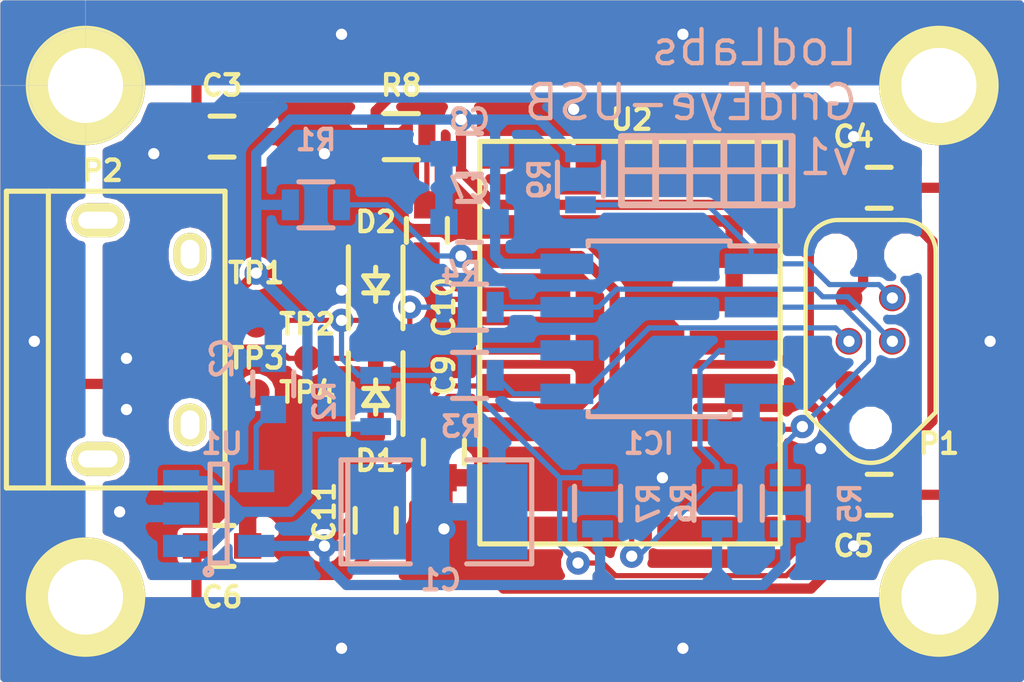
<source format=kicad_pcb>
(kicad_pcb (version 4) (host pcbnew 4.0.2+dfsg1-stable)

  (general
    (links 69)
    (no_connects 0)
    (area 143.4841 123.9871 190.8274 151.719201)
    (thickness 1.6002)
    (drawings 25)
    (tracks 330)
    (zones 0)
    (modules 35)
    (nets 17)
  )

  (page A4)
  (layers
    (0 Top signal hide)
    (31 Bottom signal hide)
    (32 B.Adhes user)
    (33 F.Adhes user)
    (34 B.Paste user)
    (35 F.Paste user)
    (36 B.SilkS user)
    (37 F.SilkS user hide)
    (38 B.Mask user)
    (39 F.Mask user)
    (40 Dwgs.User user)
    (41 Cmts.User user)
    (42 Eco1.User user)
    (43 Eco2.User user)
    (44 Edge.Cuts user)
    (45 Margin user)
    (46 B.CrtYd user)
    (47 F.CrtYd user)
    (48 B.Fab user hide)
    (49 F.Fab user hide)
  )

  (setup
    (last_trace_width 0.1524)
    (user_trace_width 5)
    (trace_clearance 0.1524)
    (zone_clearance 0)
    (zone_45_only yes)
    (trace_min 0.1524)
    (segment_width 0.2)
    (edge_width 0.01)
    (via_size 0.6858)
    (via_drill 0.3302)
    (via_min_size 0.6858)
    (via_min_drill 0.3302)
    (uvia_size 0.762)
    (uvia_drill 0.508)
    (uvias_allowed no)
    (uvia_min_size 0)
    (uvia_min_drill 0)
    (pcb_text_width 0.3)
    (pcb_text_size 0.6096 0.6096)
    (mod_edge_width 0.15)
    (mod_text_size 0.6 0.6)
    (mod_text_width 0.127)
    (pad_size 3.5 3.5)
    (pad_drill 2.2)
    (pad_to_mask_clearance 0.2)
    (aux_axis_origin 130.5 99)
    (visible_elements FFFFFF7F)
    (pcbplotparams
      (layerselection 0x210f0_80000001)
      (usegerberextensions true)
      (excludeedgelayer true)
      (linewidth 0.100000)
      (plotframeref false)
      (viasonmask false)
      (mode 1)
      (useauxorigin false)
      (hpglpennumber 1)
      (hpglpenspeed 20)
      (hpglpendiameter 15)
      (hpglpenoverlay 2)
      (psnegative false)
      (psa4output false)
      (plotreference true)
      (plotvalue true)
      (plotinvisibletext false)
      (padsonsilk false)
      (subtractmaskfromsilk false)
      (outputformat 1)
      (mirror false)
      (drillshape 0)
      (scaleselection 1)
      (outputdirectory gerbers))
  )

  (net 0 "")
  (net 1 vsens)
  (net 2 GND)
  (net 3 "Net-(C2-Pad1)")
  (net 4 GNDPWR)
  (net 5 vusb)
  (net 6 "Net-(C10-Pad1)")
  (net 7 "Net-(C10-Pad2)")
  (net 8 "Net-(C11-Pad1)")
  (net 9 /USB_P)
  (net 10 /USB_N)
  (net 11 /RST)
  (net 12 /SDA)
  (net 13 /SCL)
  (net 14 /MOSI)
  (net 15 /INT)
  (net 16 /SCK)

  (net_class Default "This is the default net class."
    (clearance 0.1524)
    (trace_width 0.1524)
    (via_dia 0.6858)
    (via_drill 0.3302)
    (uvia_dia 0.762)
    (uvia_drill 0.508)
    (add_net /INT)
    (add_net /MOSI)
    (add_net /RST)
    (add_net /SCK)
    (add_net /SCL)
    (add_net /SDA)
    (add_net /USB_N)
    (add_net /USB_P)
    (add_net "Net-(C10-Pad1)")
    (add_net "Net-(C10-Pad2)")
    (add_net "Net-(C11-Pad1)")
    (add_net "Net-(C2-Pad1)")
  )

  (net_class Power ""
    (clearance 0.1524)
    (trace_width 0.3)
    (via_dia 0.6858)
    (via_drill 0.3302)
    (uvia_dia 0.762)
    (uvia_drill 0.508)
    (add_net GND)
    (add_net GNDPWR)
    (add_net vsens)
    (add_net vusb)
  )

  (module Capacitors_SMD:C_0603 (layer Top) (tedit 5415D631) (tstamp 5707E4B1)
    (at 175.75 130.5)
    (descr "Capacitor SMD 0603, reflow soldering, AVX (see smccp.pdf)")
    (tags "capacitor 0603")
    (path /5703EAF7)
    (attr smd)
    (fp_text reference C4 (at -0.75 -1.5) (layer F.SilkS)
      (effects (font (size 0.6 0.6) (thickness 0.127)))
    )
    (fp_text value DNF (at 0 1.9) (layer F.Fab)
      (effects (font (size 0.6 0.6) (thickness 0.127)))
    )
    (fp_line (start -1.45 -0.75) (end 1.45 -0.75) (layer F.CrtYd) (width 0.05))
    (fp_line (start -1.45 0.75) (end 1.45 0.75) (layer F.CrtYd) (width 0.05))
    (fp_line (start -1.45 -0.75) (end -1.45 0.75) (layer F.CrtYd) (width 0.05))
    (fp_line (start 1.45 -0.75) (end 1.45 0.75) (layer F.CrtYd) (width 0.05))
    (fp_line (start -0.35 -0.6) (end 0.35 -0.6) (layer F.SilkS) (width 0.15))
    (fp_line (start 0.35 0.6) (end -0.35 0.6) (layer F.SilkS) (width 0.15))
    (pad 1 smd rect (at -0.75 0) (size 0.8 0.75) (layers Top F.Paste F.Mask)
      (net 2 GND))
    (pad 2 smd rect (at 0.75 0) (size 0.8 0.75) (layers Top F.Paste F.Mask)
      (net 4 GNDPWR))
    (model Capacitors_SMD.3dshapes/C_0603.wrl
      (at (xyz 0 0 0))
      (scale (xyz 1 1 1))
      (rotate (xyz 0 0 0))
    )
  )

  (module TagConnect:TC2030-NL_SMALL (layer Top) (tedit 4FBCCECC) (tstamp 5707E50A)
    (at 175.5 135 90)
    (descr "Tag-Connect TC2030-NL footprint by carloscuev@gmail.com")
    (tags "Tag-Connect TC2030-NL")
    (path /570A35DE)
    (clearance 0.127)
    (attr virtual)
    (fp_text reference P1 (at -3 2 180) (layer F.SilkS)
      (effects (font (size 0.6 0.6) (thickness 0.127)))
    )
    (fp_text value TC2030-IDC (at 0 2.667 90) (layer F.SilkS) hide
      (effects (font (size 0.6 0.6) (thickness 0.127)))
    )
    (fp_line (start 2.6035 1.905) (end -2.0828 1.905) (layer F.SilkS) (width 0.127))
    (fp_line (start 2.6035 -1.905) (end -2.0828 -1.905) (layer F.SilkS) (width 0.127))
    (fp_line (start -3.2639 0.7239) (end -2.0828 1.905) (layer F.SilkS) (width 0.127))
    (fp_line (start -3.2639 -0.7239) (end -2.0828 -1.905) (layer F.SilkS) (width 0.127))
    (fp_arc (start -2.54 0) (end -3.2639 0.7239) (angle 90) (layer F.SilkS) (width 0.127))
    (fp_line (start 3.556 -0.9525) (end 3.556 0.9525) (layer F.SilkS) (width 0.127))
    (fp_arc (start 2.6035 0.9525) (end 3.556 0.9525) (angle 90) (layer F.SilkS) (width 0.127))
    (fp_arc (start 2.6035 -0.9525) (end 2.6035 -1.905) (angle 90) (layer F.SilkS) (width 0.127))
    (pad 1 connect circle (at -1.27 0.635 90) (size 0.78486 0.78486) (layers Top F.Mask)
      (net 15 /INT))
    (pad 2 connect circle (at -1.27 -0.635 90) (size 0.78486 0.78486) (layers Top F.Mask)
      (net 5 vusb))
    (pad 3 connect circle (at 0 0.635 90) (size 0.78486 0.78486) (layers Top F.Mask)
      (net 16 /SCK))
    (pad 4 connect circle (at 0 -0.635 90) (size 0.78486 0.78486) (layers Top F.Mask)
      (net 14 /MOSI))
    (pad 5 connect circle (at 1.27 0.635 90) (size 0.78486 0.78486) (layers Top F.Mask)
      (net 11 /RST))
    (pad 6 connect circle (at 1.27 -0.635 90) (size 0.78486 0.78486) (layers Top F.Mask)
      (net 2 GND))
    (pad "" np_thru_hole circle (at -2.54 0 90) (size 0.98806 0.98806) (drill 0.98806) (layers *.Cu *.Mask F.SilkS))
    (pad "" np_thru_hole circle (at 2.54 -1.016 90) (size 0.98552 0.98552) (drill 0.98552) (layers *.Cu *.Mask F.SilkS))
    (pad "" np_thru_hole circle (at 2.54 1.016 90) (size 0.98552 0.98552) (drill 0.98552) (layers *.Cu *.Mask F.SilkS))
  )

  (module Grideye:AMG8851 (layer Top) (tedit 57049242) (tstamp 5707E56F)
    (at 168.45 135.04 90)
    (path /570381A6)
    (fp_text reference U2 (at 6.54 0.05 180) (layer F.SilkS)
      (effects (font (size 0.6 0.6) (thickness 0.127)))
    )
    (fp_text value GridEye (at 0 -0.5 90) (layer F.Fab)
      (effects (font (size 0.6 0.6) (thickness 0.127)))
    )
    (fp_line (start 5.9 -4.4) (end 5.9 4.4) (layer F.SilkS) (width 0.15))
    (fp_line (start 5.9 4.4) (end -5.9 4.4) (layer F.SilkS) (width 0.15))
    (fp_line (start -5.9 4.4) (end -5.9 -4.4) (layer F.SilkS) (width 0.15))
    (fp_line (start -5.9 -4.4) (end 5.9 -4.4) (layer F.SilkS) (width 0.15))
    (pad 9 smd rect (at 2.54 -3.05 90) (size 0.7 2.6) (layers Top F.Paste F.Mask)
      (net 1 vsens))
    (pad 10 smd rect (at 1.27 -3.05 90) (size 0.7 2.6) (layers Top F.Paste F.Mask)
      (net 6 "Net-(C10-Pad1)"))
    (pad 11 smd rect (at 0 -3.05 90) (size 0.7 2.6) (layers Top F.Paste F.Mask))
    (pad 12 smd rect (at -1.27 -3.05 90) (size 0.7 2.6) (layers Top F.Paste F.Mask)
      (net 8 "Net-(C11-Pad1)"))
    (pad 13 smd rect (at -2.54 -3.05 90) (size 0.7 2.6) (layers Top F.Paste F.Mask)
      (net 1 vsens))
    (pad 1 smd rect (at -5.5 2.6 90) (size 0.8 3.6) (layers Top F.Paste F.Mask))
    (pad 14 smd rect (at -5.5 -3.05 90) (size 0.8 2.6) (layers Top F.Paste F.Mask))
    (pad 8 smd rect (at 5.5 -3.05 90) (size 0.8 2.6) (layers Top F.Paste F.Mask))
    (pad 7 smd rect (at 5.5 3.05 90) (size 0.8 2.6) (layers Top F.Paste F.Mask))
    (pad 2 smd rect (at -2.54 3.05 90) (size 0.7 2.6) (layers Top F.Paste F.Mask)
      (net 12 /SDA))
    (pad 3 smd rect (at -1.27 3.05 90) (size 0.7 2.6) (layers Top F.Paste F.Mask)
      (net 13 /SCL))
    (pad 4 smd rect (at 0 3.05 90) (size 0.7 2.6) (layers Top F.Paste F.Mask)
      (net 15 /INT))
    (pad 5 smd rect (at 1.27 3.05 90) (size 0.7 2.6) (layers Top F.Paste F.Mask)
      (net 2 GND))
    (pad 6 smd rect (at 2.54 3.05 90) (size 0.7 2.6) (layers Top F.Paste F.Mask)
      (net 2 GND))
    (model ${KIPRJMOD}/grideye.3dmodel/coloured.wrl
      (at (xyz 0 0 0))
      (scale (xyz 0.3937 0.3937 0.3937))
      (rotate (xyz -90 0 0))
    )
  )

  (module Measurement_Points:Measurement_Point_Round-SMD-Pad_Small (layer Top) (tedit 570AF25B) (tstamp 570AB7BB)
    (at 157.5 136.5)
    (descr "Mesurement Point, Round, SMD Pad, DM 1.5mm,")
    (tags "Mesurement Point, Round, SMD Pad, DM 1.5mm,")
    (fp_text reference TP4 (at 1.5 0) (layer F.SilkS)
      (effects (font (size 0.6 0.6) (thickness 0.127)))
    )
    (fp_text value Measurement_Point_Round-SMD-Pad_Small (at 1.27 2.54) (layer F.Fab)
      (effects (font (size 0.6 0.6) (thickness 0.127)))
    )
    (pad 1 smd circle (at 0 0) (size 0.7846 0.7846) (layers Top F.Paste F.Mask)
      (net 4 GNDPWR))
  )

  (module Measurement_Points:Measurement_Point_Round-SMD-Pad_Small (layer Top) (tedit 570AF24F) (tstamp 570AB7B7)
    (at 159 133)
    (descr "Mesurement Point, Round, SMD Pad, DM 1.5mm,")
    (tags "Mesurement Point, Round, SMD Pad, DM 1.5mm,")
    (fp_text reference TP1 (at -1.5 0) (layer F.SilkS)
      (effects (font (size 0.6 0.6) (thickness 0.127)))
    )
    (fp_text value Measurement_Point_Round-SMD-Pad_Small (at 1.27 2.54) (layer F.Fab)
      (effects (font (size 0.6 0.6) (thickness 0.127)))
    )
    (pad 1 smd circle (at 0 0) (size 0.7846 0.7846) (layers Top F.Paste F.Mask)
      (net 5 vusb))
  )

  (module Measurement_Points:Measurement_Point_Round-SMD-Pad_Small (layer Top) (tedit 570AF256) (tstamp 570AB7B3)
    (at 159 135.5)
    (descr "Mesurement Point, Round, SMD Pad, DM 1.5mm,")
    (tags "Mesurement Point, Round, SMD Pad, DM 1.5mm,")
    (fp_text reference TP3 (at -1.5 0) (layer F.SilkS)
      (effects (font (size 0.6 0.6) (thickness 0.127)))
    )
    (fp_text value Measurement_Point_Round-SMD-Pad_Small (at 1.27 2.54) (layer F.Fab)
      (effects (font (size 0.6 0.6) (thickness 0.127)))
    )
    (pad 1 smd circle (at 0 0) (size 0.7846 0.7846) (layers Top F.Paste F.Mask)
      (net 9 /USB_P))
  )

  (module Housings_SOIC:SOIC-8_3.9x4.9mm_Pitch1.27mm (layer Bottom) (tedit 54130A77) (tstamp 5707E4F3)
    (at 169.3 134.635 180)
    (descr "8-Lead Plastic Small Outline (SN) - Narrow, 3.90 mm Body [SOIC] (see Microchip Packaging Specification 00000049BS.pdf)")
    (tags "SOIC 1.27")
    (path /57033B8B)
    (attr smd)
    (fp_text reference IC1 (at 0.3 -3.365 180) (layer B.SilkS)
      (effects (font (size 0.6 0.6) (thickness 0.127)) (justify mirror))
    )
    (fp_text value ATTINY45-S (at 0 -3.5 180) (layer B.Fab)
      (effects (font (size 0.6 0.6) (thickness 0.127)) (justify mirror))
    )
    (fp_line (start -3.75 2.75) (end -3.75 -2.75) (layer B.CrtYd) (width 0.05))
    (fp_line (start 3.75 2.75) (end 3.75 -2.75) (layer B.CrtYd) (width 0.05))
    (fp_line (start -3.75 2.75) (end 3.75 2.75) (layer B.CrtYd) (width 0.05))
    (fp_line (start -3.75 -2.75) (end 3.75 -2.75) (layer B.CrtYd) (width 0.05))
    (fp_line (start -2.075 2.575) (end -2.075 2.43) (layer B.SilkS) (width 0.15))
    (fp_line (start 2.075 2.575) (end 2.075 2.43) (layer B.SilkS) (width 0.15))
    (fp_line (start 2.075 -2.575) (end 2.075 -2.43) (layer B.SilkS) (width 0.15))
    (fp_line (start -2.075 -2.575) (end -2.075 -2.43) (layer B.SilkS) (width 0.15))
    (fp_line (start -2.075 2.575) (end 2.075 2.575) (layer B.SilkS) (width 0.15))
    (fp_line (start -2.075 -2.575) (end 2.075 -2.575) (layer B.SilkS) (width 0.15))
    (fp_line (start -2.075 2.43) (end -3.475 2.43) (layer B.SilkS) (width 0.15))
    (pad 1 smd rect (at -2.7 1.905 180) (size 1.55 0.6) (layers Bottom B.Paste B.Mask)
      (net 11 /RST))
    (pad 2 smd rect (at -2.7 0.635 180) (size 1.55 0.6) (layers Bottom B.Paste B.Mask)
      (net 12 /SDA))
    (pad 3 smd rect (at -2.7 -0.635 180) (size 1.55 0.6) (layers Bottom B.Paste B.Mask)
      (net 13 /SCL))
    (pad 4 smd rect (at -2.7 -1.905 180) (size 1.55 0.6) (layers Bottom B.Paste B.Mask)
      (net 2 GND))
    (pad 5 smd rect (at 2.7 -1.905 180) (size 1.55 0.6) (layers Bottom B.Paste B.Mask)
      (net 14 /MOSI))
    (pad 6 smd rect (at 2.7 -0.635 180) (size 1.55 0.6) (layers Bottom B.Paste B.Mask)
      (net 15 /INT))
    (pad 7 smd rect (at 2.7 0.635 180) (size 1.55 0.6) (layers Bottom B.Paste B.Mask)
      (net 16 /SCK))
    (pad 8 smd rect (at 2.7 1.905 180) (size 1.55 0.6) (layers Bottom B.Paste B.Mask)
      (net 5 vusb))
    (model Housings_SOIC.3dshapes/SOIC-8_3.9x4.9mm_Pitch1.27mm.wrl
      (at (xyz 0 0 0))
      (scale (xyz 1 1 1))
      (rotate (xyz 0 0 0))
    )
  )

  (module SMD_Packages:SMD-1210_Pol (layer Bottom) (tedit 0) (tstamp 5707E49F)
    (at 162.778 140)
    (tags "CMS SM")
    (path /570505FC)
    (attr smd)
    (fp_text reference C1 (at 0.127 2) (layer B.SilkS)
      (effects (font (size 0.6 0.6) (thickness 0.127)) (justify mirror))
    )
    (fp_text value 2.2uF (at 0 -0.762) (layer B.Fab)
      (effects (font (size 0.6 0.6) (thickness 0.127)) (justify mirror))
    )
    (fp_line (start -2.794 1.524) (end -2.794 -1.524) (layer B.SilkS) (width 0.15))
    (fp_line (start 0.889 -1.524) (end 2.794 -1.524) (layer B.SilkS) (width 0.15))
    (fp_line (start 2.794 -1.524) (end 2.794 1.524) (layer B.SilkS) (width 0.15))
    (fp_line (start 2.794 1.524) (end 0.889 1.524) (layer B.SilkS) (width 0.15))
    (fp_line (start -0.762 1.524) (end -2.794 1.524) (layer B.SilkS) (width 0.15))
    (fp_line (start -2.594 1.524) (end -2.594 -1.524) (layer B.SilkS) (width 0.15))
    (fp_line (start -2.794 -1.524) (end -0.762 -1.524) (layer B.SilkS) (width 0.15))
    (pad 1 smd rect (at -1.778 0) (size 1.778 2.794) (layers Bottom B.Paste B.Mask)
      (net 1 vsens))
    (pad 2 smd rect (at 1.778 0) (size 1.778 2.794) (layers Bottom B.Paste B.Mask)
      (net 2 GND))
    (model SMD_Packages.3dshapes/SMD-1210_Pol.wrl
      (at (xyz 0 0 0))
      (scale (xyz 0.2 0.2 0.2))
      (rotate (xyz 0 0 0))
    )
  )

  (module Capacitors_SMD:C_0603 (layer Bottom) (tedit 5415D631) (tstamp 5707E4A5)
    (at 158 136.25 90)
    (descr "Capacitor SMD 0603, reflow soldering, AVX (see smccp.pdf)")
    (tags "capacitor 0603")
    (path /5704F939)
    (attr smd)
    (fp_text reference C2 (at 0.75 -1.5 90) (layer B.SilkS)
      (effects (font (size 0.6 0.6) (thickness 0.127)) (justify mirror))
    )
    (fp_text value 470pF (at 0 -1.9 90) (layer B.Fab)
      (effects (font (size 0.6 0.6) (thickness 0.127)) (justify mirror))
    )
    (fp_line (start -1.45 0.75) (end 1.45 0.75) (layer B.CrtYd) (width 0.05))
    (fp_line (start -1.45 -0.75) (end 1.45 -0.75) (layer B.CrtYd) (width 0.05))
    (fp_line (start -1.45 0.75) (end -1.45 -0.75) (layer B.CrtYd) (width 0.05))
    (fp_line (start 1.45 0.75) (end 1.45 -0.75) (layer B.CrtYd) (width 0.05))
    (fp_line (start -0.35 0.6) (end 0.35 0.6) (layer B.SilkS) (width 0.15))
    (fp_line (start 0.35 -0.6) (end -0.35 -0.6) (layer B.SilkS) (width 0.15))
    (pad 1 smd rect (at -0.75 0 90) (size 0.8 0.75) (layers Bottom B.Paste B.Mask)
      (net 3 "Net-(C2-Pad1)"))
    (pad 2 smd rect (at 0.75 0 90) (size 0.8 0.75) (layers Bottom B.Paste B.Mask)
      (net 2 GND))
    (model Capacitors_SMD.3dshapes/C_0603.wrl
      (at (xyz 0 0 0))
      (scale (xyz 1 1 1))
      (rotate (xyz 0 0 0))
    )
  )

  (module Capacitors_SMD:C_0603 (layer Top) (tedit 5415D631) (tstamp 5707E4AB)
    (at 156.5 129)
    (descr "Capacitor SMD 0603, reflow soldering, AVX (see smccp.pdf)")
    (tags "capacitor 0603")
    (path /5704515B)
    (attr smd)
    (fp_text reference C3 (at 0 -1.5) (layer F.SilkS)
      (effects (font (size 0.6 0.6) (thickness 0.127)))
    )
    (fp_text value DNF (at 0 1.9) (layer F.Fab)
      (effects (font (size 0.6 0.6) (thickness 0.127)))
    )
    (fp_line (start -1.45 -0.75) (end 1.45 -0.75) (layer F.CrtYd) (width 0.05))
    (fp_line (start -1.45 0.75) (end 1.45 0.75) (layer F.CrtYd) (width 0.05))
    (fp_line (start -1.45 -0.75) (end -1.45 0.75) (layer F.CrtYd) (width 0.05))
    (fp_line (start 1.45 -0.75) (end 1.45 0.75) (layer F.CrtYd) (width 0.05))
    (fp_line (start -0.35 -0.6) (end 0.35 -0.6) (layer F.SilkS) (width 0.15))
    (fp_line (start 0.35 0.6) (end -0.35 0.6) (layer F.SilkS) (width 0.15))
    (pad 1 smd rect (at -0.75 0) (size 0.8 0.75) (layers Top F.Paste F.Mask)
      (net 4 GNDPWR))
    (pad 2 smd rect (at 0.75 0) (size 0.8 0.75) (layers Top F.Paste F.Mask)
      (net 2 GND))
    (model Capacitors_SMD.3dshapes/C_0603.wrl
      (at (xyz 0 0 0))
      (scale (xyz 1 1 1))
      (rotate (xyz 0 0 0))
    )
  )

  (module Capacitors_SMD:C_0603 (layer Top) (tedit 5415D631) (tstamp 5707E4B7)
    (at 175.75 139.5 180)
    (descr "Capacitor SMD 0603, reflow soldering, AVX (see smccp.pdf)")
    (tags "capacitor 0603")
    (path /5704505A)
    (attr smd)
    (fp_text reference C5 (at 0.75 -1.5 180) (layer F.SilkS)
      (effects (font (size 0.6 0.6) (thickness 0.127)))
    )
    (fp_text value DNF (at 0 1.9 180) (layer F.Fab)
      (effects (font (size 0.6 0.6) (thickness 0.127)))
    )
    (fp_line (start -1.45 -0.75) (end 1.45 -0.75) (layer F.CrtYd) (width 0.05))
    (fp_line (start -1.45 0.75) (end 1.45 0.75) (layer F.CrtYd) (width 0.05))
    (fp_line (start -1.45 -0.75) (end -1.45 0.75) (layer F.CrtYd) (width 0.05))
    (fp_line (start 1.45 -0.75) (end 1.45 0.75) (layer F.CrtYd) (width 0.05))
    (fp_line (start -0.35 -0.6) (end 0.35 -0.6) (layer F.SilkS) (width 0.15))
    (fp_line (start 0.35 0.6) (end -0.35 0.6) (layer F.SilkS) (width 0.15))
    (pad 1 smd rect (at -0.75 0 180) (size 0.8 0.75) (layers Top F.Paste F.Mask)
      (net 4 GNDPWR))
    (pad 2 smd rect (at 0.75 0 180) (size 0.8 0.75) (layers Top F.Paste F.Mask)
      (net 2 GND))
    (model Capacitors_SMD.3dshapes/C_0603.wrl
      (at (xyz 0 0 0))
      (scale (xyz 1 1 1))
      (rotate (xyz 0 0 0))
    )
  )

  (module Capacitors_SMD:C_0603 (layer Top) (tedit 5415D631) (tstamp 5707E4BD)
    (at 156.5 141 180)
    (descr "Capacitor SMD 0603, reflow soldering, AVX (see smccp.pdf)")
    (tags "capacitor 0603")
    (path /5703E870)
    (attr smd)
    (fp_text reference C6 (at 0 -1.5 180) (layer F.SilkS)
      (effects (font (size 0.6 0.6) (thickness 0.127)))
    )
    (fp_text value DNF (at 0 1.9 180) (layer F.Fab)
      (effects (font (size 0.6 0.6) (thickness 0.127)))
    )
    (fp_line (start -1.45 -0.75) (end 1.45 -0.75) (layer F.CrtYd) (width 0.05))
    (fp_line (start -1.45 0.75) (end 1.45 0.75) (layer F.CrtYd) (width 0.05))
    (fp_line (start -1.45 -0.75) (end -1.45 0.75) (layer F.CrtYd) (width 0.05))
    (fp_line (start 1.45 -0.75) (end 1.45 0.75) (layer F.CrtYd) (width 0.05))
    (fp_line (start -0.35 -0.6) (end 0.35 -0.6) (layer F.SilkS) (width 0.15))
    (fp_line (start 0.35 0.6) (end -0.35 0.6) (layer F.SilkS) (width 0.15))
    (pad 1 smd rect (at -0.75 0 180) (size 0.8 0.75) (layers Top F.Paste F.Mask)
      (net 2 GND))
    (pad 2 smd rect (at 0.75 0 180) (size 0.8 0.75) (layers Top F.Paste F.Mask)
      (net 4 GNDPWR))
    (model Capacitors_SMD.3dshapes/C_0603.wrl
      (at (xyz 0 0 0))
      (scale (xyz 1 1 1))
      (rotate (xyz 0 0 0))
    )
  )

  (module Capacitors_SMD:C_0603 (layer Bottom) (tedit 5415D631) (tstamp 5707E4C3)
    (at 163.75 131.5 180)
    (descr "Capacitor SMD 0603, reflow soldering, AVX (see smccp.pdf)")
    (tags "capacitor 0603")
    (path /57039459)
    (attr smd)
    (fp_text reference C7 (at 0 1 180) (layer B.SilkS)
      (effects (font (size 0.6 0.6) (thickness 0.127)) (justify mirror))
    )
    (fp_text value 10uF (at 0 -1.9 180) (layer B.Fab)
      (effects (font (size 0.6 0.6) (thickness 0.127)) (justify mirror))
    )
    (fp_line (start -1.45 0.75) (end 1.45 0.75) (layer B.CrtYd) (width 0.05))
    (fp_line (start -1.45 -0.75) (end 1.45 -0.75) (layer B.CrtYd) (width 0.05))
    (fp_line (start -1.45 0.75) (end -1.45 -0.75) (layer B.CrtYd) (width 0.05))
    (fp_line (start 1.45 0.75) (end 1.45 -0.75) (layer B.CrtYd) (width 0.05))
    (fp_line (start -0.35 0.6) (end 0.35 0.6) (layer B.SilkS) (width 0.15))
    (fp_line (start 0.35 -0.6) (end -0.35 -0.6) (layer B.SilkS) (width 0.15))
    (pad 1 smd rect (at -0.75 0 180) (size 0.8 0.75) (layers Bottom B.Paste B.Mask)
      (net 5 vusb))
    (pad 2 smd rect (at 0.75 0 180) (size 0.8 0.75) (layers Bottom B.Paste B.Mask)
      (net 2 GND))
    (model Capacitors_SMD.3dshapes/C_0603.wrl
      (at (xyz 0 0 0))
      (scale (xyz 1 1 1))
      (rotate (xyz 0 0 0))
    )
  )

  (module Capacitors_SMD:C_0603 (layer Bottom) (tedit 5415D631) (tstamp 5707E4C9)
    (at 163.75 129.5 180)
    (descr "Capacitor SMD 0603, reflow soldering, AVX (see smccp.pdf)")
    (tags "capacitor 0603")
    (path /57039414)
    (attr smd)
    (fp_text reference C8 (at 0 1 180) (layer B.SilkS)
      (effects (font (size 0.6 0.6) (thickness 0.127)) (justify mirror))
    )
    (fp_text value 0.1uF (at 0 -1.9 180) (layer B.Fab)
      (effects (font (size 0.6 0.6) (thickness 0.127)) (justify mirror))
    )
    (fp_line (start -1.45 0.75) (end 1.45 0.75) (layer B.CrtYd) (width 0.05))
    (fp_line (start -1.45 -0.75) (end 1.45 -0.75) (layer B.CrtYd) (width 0.05))
    (fp_line (start -1.45 0.75) (end -1.45 -0.75) (layer B.CrtYd) (width 0.05))
    (fp_line (start 1.45 0.75) (end 1.45 -0.75) (layer B.CrtYd) (width 0.05))
    (fp_line (start -0.35 0.6) (end 0.35 0.6) (layer B.SilkS) (width 0.15))
    (fp_line (start 0.35 -0.6) (end -0.35 -0.6) (layer B.SilkS) (width 0.15))
    (pad 1 smd rect (at -0.75 0 180) (size 0.8 0.75) (layers Bottom B.Paste B.Mask)
      (net 5 vusb))
    (pad 2 smd rect (at 0.75 0 180) (size 0.8 0.75) (layers Bottom B.Paste B.Mask)
      (net 2 GND))
    (model Capacitors_SMD.3dshapes/C_0603.wrl
      (at (xyz 0 0 0))
      (scale (xyz 1 1 1))
      (rotate (xyz 0 0 0))
    )
  )

  (module Capacitors_SMD:C_0603 (layer Top) (tedit 5415D631) (tstamp 5707E4CF)
    (at 163 138.25 270)
    (descr "Capacitor SMD 0603, reflow soldering, AVX (see smccp.pdf)")
    (tags "capacitor 0603")
    (path /57038A04)
    (attr smd)
    (fp_text reference C9 (at -2.25 0 270) (layer F.SilkS)
      (effects (font (size 0.6 0.6) (thickness 0.127)))
    )
    (fp_text value 10uF (at 0 1.9 270) (layer F.Fab)
      (effects (font (size 0.6 0.6) (thickness 0.127)))
    )
    (fp_line (start -1.45 -0.75) (end 1.45 -0.75) (layer F.CrtYd) (width 0.05))
    (fp_line (start -1.45 0.75) (end 1.45 0.75) (layer F.CrtYd) (width 0.05))
    (fp_line (start -1.45 -0.75) (end -1.45 0.75) (layer F.CrtYd) (width 0.05))
    (fp_line (start 1.45 -0.75) (end 1.45 0.75) (layer F.CrtYd) (width 0.05))
    (fp_line (start -0.35 -0.6) (end 0.35 -0.6) (layer F.SilkS) (width 0.15))
    (fp_line (start 0.35 0.6) (end -0.35 0.6) (layer F.SilkS) (width 0.15))
    (pad 1 smd rect (at -0.75 0 270) (size 0.8 0.75) (layers Top F.Paste F.Mask)
      (net 1 vsens))
    (pad 2 smd rect (at 0.75 0 270) (size 0.8 0.75) (layers Top F.Paste F.Mask)
      (net 2 GND))
    (model Capacitors_SMD.3dshapes/C_0603.wrl
      (at (xyz 0 0 0))
      (scale (xyz 1 1 1))
      (rotate (xyz 0 0 0))
    )
  )

  (module Capacitors_SMD:C_0603 (layer Top) (tedit 570AEF71) (tstamp 5707E4D5)
    (at 162.5 131.75 90)
    (descr "Capacitor SMD 0603, reflow soldering, AVX (see smccp.pdf)")
    (tags "capacitor 0603")
    (path /57038DF1)
    (attr smd)
    (fp_text reference C10 (at -2.25 0.5 270) (layer F.SilkS)
      (effects (font (size 0.6 0.6) (thickness 0.127)))
    )
    (fp_text value 1uF (at 0 1.9 90) (layer F.Fab)
      (effects (font (size 0.6 0.6) (thickness 0.127)))
    )
    (fp_line (start -1.45 -0.75) (end 1.45 -0.75) (layer F.CrtYd) (width 0.05))
    (fp_line (start -1.45 0.75) (end 1.45 0.75) (layer F.CrtYd) (width 0.05))
    (fp_line (start -1.45 -0.75) (end -1.45 0.75) (layer F.CrtYd) (width 0.05))
    (fp_line (start 1.45 -0.75) (end 1.45 0.75) (layer F.CrtYd) (width 0.05))
    (fp_line (start -0.35 -0.6) (end 0.35 -0.6) (layer F.SilkS) (width 0.15))
    (fp_line (start 0.35 0.6) (end -0.35 0.6) (layer F.SilkS) (width 0.15))
    (pad 1 smd rect (at -0.75 0 90) (size 0.8 0.75) (layers Top F.Paste F.Mask)
      (net 6 "Net-(C10-Pad1)"))
    (pad 2 smd rect (at 0.75 0 90) (size 0.8 0.75) (layers Top F.Paste F.Mask)
      (net 7 "Net-(C10-Pad2)"))
    (model Capacitors_SMD.3dshapes/C_0603.wrl
      (at (xyz 0 0 0))
      (scale (xyz 1 1 1))
      (rotate (xyz 0 0 0))
    )
  )

  (module Capacitors_SMD:C_0603 (layer Top) (tedit 5415D631) (tstamp 5707E4DB)
    (at 161 140.25 270)
    (descr "Capacitor SMD 0603, reflow soldering, AVX (see smccp.pdf)")
    (tags "capacitor 0603")
    (path /57038D8A)
    (attr smd)
    (fp_text reference C11 (at -0.25 1.5 450) (layer F.SilkS)
      (effects (font (size 0.6 0.6) (thickness 0.127)))
    )
    (fp_text value 1.5uF (at 0 1.9 270) (layer F.Fab)
      (effects (font (size 0.6 0.6) (thickness 0.127)))
    )
    (fp_line (start -1.45 -0.75) (end 1.45 -0.75) (layer F.CrtYd) (width 0.05))
    (fp_line (start -1.45 0.75) (end 1.45 0.75) (layer F.CrtYd) (width 0.05))
    (fp_line (start -1.45 -0.75) (end -1.45 0.75) (layer F.CrtYd) (width 0.05))
    (fp_line (start 1.45 -0.75) (end 1.45 0.75) (layer F.CrtYd) (width 0.05))
    (fp_line (start -0.35 -0.6) (end 0.35 -0.6) (layer F.SilkS) (width 0.15))
    (fp_line (start 0.35 0.6) (end -0.35 0.6) (layer F.SilkS) (width 0.15))
    (pad 1 smd rect (at -0.75 0 270) (size 0.8 0.75) (layers Top F.Paste F.Mask)
      (net 8 "Net-(C11-Pad1)"))
    (pad 2 smd rect (at 0.75 0 270) (size 0.8 0.75) (layers Top F.Paste F.Mask)
      (net 2 GND))
    (model Capacitors_SMD.3dshapes/C_0603.wrl
      (at (xyz 0 0 0))
      (scale (xyz 1 1 1))
      (rotate (xyz 0 0 0))
    )
  )

  (module Diodes_SMD:SOD-323 (layer Top) (tedit 5530FC5E) (tstamp 5707E4E1)
    (at 161 136.633 270)
    (descr SOD-323)
    (tags SOD-323)
    (path /5705151D)
    (attr smd)
    (fp_text reference D1 (at 1.867 0 540) (layer F.SilkS)
      (effects (font (size 0.6 0.6) (thickness 0.127)))
    )
    (fp_text value 3V6 (at 0.1 1.9 270) (layer F.Fab)
      (effects (font (size 0.6 0.6) (thickness 0.127)))
    )
    (fp_line (start 0.25 0) (end 0.5 0) (layer F.SilkS) (width 0.15))
    (fp_line (start -0.25 0) (end -0.5 0) (layer F.SilkS) (width 0.15))
    (fp_line (start -0.25 0) (end 0.25 -0.35) (layer F.SilkS) (width 0.15))
    (fp_line (start 0.25 -0.35) (end 0.25 0.35) (layer F.SilkS) (width 0.15))
    (fp_line (start 0.25 0.35) (end -0.25 0) (layer F.SilkS) (width 0.15))
    (fp_line (start -0.25 -0.35) (end -0.25 0.35) (layer F.SilkS) (width 0.15))
    (fp_line (start -1.5 -0.95) (end 1.5 -0.95) (layer F.CrtYd) (width 0.05))
    (fp_line (start 1.5 -0.95) (end 1.5 0.95) (layer F.CrtYd) (width 0.05))
    (fp_line (start -1.5 0.95) (end 1.5 0.95) (layer F.CrtYd) (width 0.05))
    (fp_line (start -1.5 -0.95) (end -1.5 0.95) (layer F.CrtYd) (width 0.05))
    (fp_line (start -1.3 0.8) (end 1.1 0.8) (layer F.SilkS) (width 0.15))
    (fp_line (start -1.3 -0.8) (end 1.1 -0.8) (layer F.SilkS) (width 0.15))
    (pad 1 smd rect (at -1.055 0 270) (size 0.59 0.45) (layers Top F.Paste F.Mask)
      (net 9 /USB_P))
    (pad 2 smd rect (at 1.055 0 270) (size 0.59 0.45) (layers Top F.Paste F.Mask)
      (net 2 GND))
  )

  (module Diodes_SMD:SOD-323 (layer Top) (tedit 5530FC5E) (tstamp 5707E4E7)
    (at 161 133.331 90)
    (descr SOD-323)
    (tags SOD-323)
    (path /57052587)
    (attr smd)
    (fp_text reference D2 (at 1.831 0 180) (layer F.SilkS)
      (effects (font (size 0.6 0.6) (thickness 0.127)))
    )
    (fp_text value 3V6 (at 0.1 1.9 90) (layer F.Fab)
      (effects (font (size 0.6 0.6) (thickness 0.127)))
    )
    (fp_line (start 0.25 0) (end 0.5 0) (layer F.SilkS) (width 0.15))
    (fp_line (start -0.25 0) (end -0.5 0) (layer F.SilkS) (width 0.15))
    (fp_line (start -0.25 0) (end 0.25 -0.35) (layer F.SilkS) (width 0.15))
    (fp_line (start 0.25 -0.35) (end 0.25 0.35) (layer F.SilkS) (width 0.15))
    (fp_line (start 0.25 0.35) (end -0.25 0) (layer F.SilkS) (width 0.15))
    (fp_line (start -0.25 -0.35) (end -0.25 0.35) (layer F.SilkS) (width 0.15))
    (fp_line (start -1.5 -0.95) (end 1.5 -0.95) (layer F.CrtYd) (width 0.05))
    (fp_line (start 1.5 -0.95) (end 1.5 0.95) (layer F.CrtYd) (width 0.05))
    (fp_line (start -1.5 0.95) (end 1.5 0.95) (layer F.CrtYd) (width 0.05))
    (fp_line (start -1.5 -0.95) (end -1.5 0.95) (layer F.CrtYd) (width 0.05))
    (fp_line (start -1.3 0.8) (end 1.1 0.8) (layer F.SilkS) (width 0.15))
    (fp_line (start -1.3 -0.8) (end 1.1 -0.8) (layer F.SilkS) (width 0.15))
    (pad 1 smd rect (at -1.055 0 90) (size 0.59 0.45) (layers Top F.Paste F.Mask)
      (net 10 /USB_N))
    (pad 2 smd rect (at 1.055 0 90) (size 0.59 0.45) (layers Top F.Paste F.Mask)
      (net 2 GND))
  )

  (module Connect:USB_Micro-B (layer Top) (tedit 5543E447) (tstamp 5707E520)
    (at 154 134.9509 270)
    (descr "Micro USB Type B Receptacle")
    (tags "USB USB_B USB_micro USB_OTG")
    (path /57033B05)
    (attr smd)
    (fp_text reference P2 (at -4.9509 1 360) (layer F.SilkS)
      (effects (font (size 0.6 0.6) (thickness 0.127)))
    )
    (fp_text value USB_B (at 0 4.8 270) (layer F.Fab)
      (effects (font (size 0.6 0.6) (thickness 0.127)))
    )
    (fp_line (start -4.6 -2.8) (end 4.6 -2.8) (layer F.CrtYd) (width 0.05))
    (fp_line (start 4.6 -2.8) (end 4.6 4.05) (layer F.CrtYd) (width 0.05))
    (fp_line (start 4.6 4.05) (end -4.6 4.05) (layer F.CrtYd) (width 0.05))
    (fp_line (start -4.6 4.05) (end -4.6 -2.8) (layer F.CrtYd) (width 0.05))
    (fp_line (start -4.3509 3.81746) (end 4.3491 3.81746) (layer F.SilkS) (width 0.15))
    (fp_line (start -4.3509 -2.58754) (end 4.3491 -2.58754) (layer F.SilkS) (width 0.15))
    (fp_line (start 4.3491 -2.58754) (end 4.3491 3.81746) (layer F.SilkS) (width 0.15))
    (fp_line (start 4.3491 2.58746) (end -4.3509 2.58746) (layer F.SilkS) (width 0.15))
    (fp_line (start -4.3509 3.81746) (end -4.3509 -2.58754) (layer F.SilkS) (width 0.15))
    (pad 1 smd rect (at -1.3009 -1.56254) (size 1.35 0.4) (layers Top F.Paste F.Mask)
      (net 5 vusb))
    (pad 2 smd rect (at -0.6509 -1.56254) (size 1.35 0.4) (layers Top F.Paste F.Mask)
      (net 10 /USB_N))
    (pad 3 smd rect (at -0.0009 -1.56254) (size 1.35 0.4) (layers Top F.Paste F.Mask)
      (net 9 /USB_P))
    (pad 4 smd rect (at 0.6491 -1.56254) (size 1.35 0.4) (layers Top F.Paste F.Mask)
      (net 2 GND))
    (pad 5 smd rect (at 1.2991 -1.56254) (size 1.35 0.4) (layers Top F.Paste F.Mask)
      (net 4 GNDPWR))
    (pad 6 thru_hole oval (at -2.5009 -1.56254) (size 0.95 1.25) (drill oval 0.55 0.85) (layers *.Cu *.Mask F.SilkS))
    (pad 6 thru_hole oval (at 2.4991 -1.56254) (size 0.95 1.25) (drill oval 0.55 0.85) (layers *.Cu *.Mask F.SilkS))
    (pad 6 thru_hole oval (at -3.5009 1.13746) (size 1.55 1) (drill oval 1.15 0.5) (layers *.Cu *.Mask F.SilkS))
    (pad 6 thru_hole oval (at 3.4991 1.13746) (size 1.55 1) (drill oval 1.15 0.5) (layers *.Cu *.Mask F.SilkS))
    (model ${KIPRJMOD}/usb.3dmodel/10118194.wrl
      (at (xyz 0 0 0))
      (scale (xyz 1 1 1))
      (rotate (xyz 0 0 0))
    )
  )

  (module Resistors_SMD:R_0603 (layer Bottom) (tedit 5415CC62) (tstamp 5707E526)
    (at 159.25 131 180)
    (descr "Resistor SMD 0603, reflow soldering, Vishay (see dcrcw.pdf)")
    (tags "resistor 0603")
    (path /5704EFE4)
    (attr smd)
    (fp_text reference R1 (at 0 1.9 180) (layer B.SilkS)
      (effects (font (size 0.6 0.6) (thickness 0.127)) (justify mirror))
    )
    (fp_text value DNF (at 0 -1.9 180) (layer B.Fab)
      (effects (font (size 0.6 0.6) (thickness 0.127)) (justify mirror))
    )
    (fp_line (start -1.3 0.8) (end 1.3 0.8) (layer B.CrtYd) (width 0.05))
    (fp_line (start -1.3 -0.8) (end 1.3 -0.8) (layer B.CrtYd) (width 0.05))
    (fp_line (start -1.3 0.8) (end -1.3 -0.8) (layer B.CrtYd) (width 0.05))
    (fp_line (start 1.3 0.8) (end 1.3 -0.8) (layer B.CrtYd) (width 0.05))
    (fp_line (start 0.5 -0.675) (end -0.5 -0.675) (layer B.SilkS) (width 0.15))
    (fp_line (start -0.5 0.675) (end 0.5 0.675) (layer B.SilkS) (width 0.15))
    (pad 1 smd rect (at -0.75 0 180) (size 0.5 0.9) (layers Bottom B.Paste B.Mask)
      (net 1 vsens))
    (pad 2 smd rect (at 0.75 0 180) (size 0.5 0.9) (layers Bottom B.Paste B.Mask)
      (net 5 vusb))
    (model Resistors_SMD.3dshapes/R_0603.wrl
      (at (xyz 0 0 0))
      (scale (xyz 1 1 1))
      (rotate (xyz 0 0 0))
    )
  )

  (module Resistors_SMD:R_0603 (layer Bottom) (tedit 5415CC62) (tstamp 5707E52C)
    (at 161 136.75 90)
    (descr "Resistor SMD 0603, reflow soldering, Vishay (see dcrcw.pdf)")
    (tags "resistor 0603")
    (path /57033FFD)
    (attr smd)
    (fp_text reference R2 (at 0 -1.5 90) (layer B.SilkS)
      (effects (font (size 0.6 0.6) (thickness 0.127)) (justify mirror))
    )
    (fp_text value 1k5 (at 0 -1.9 90) (layer B.Fab)
      (effects (font (size 0.6 0.6) (thickness 0.127)) (justify mirror))
    )
    (fp_line (start -1.3 0.8) (end 1.3 0.8) (layer B.CrtYd) (width 0.05))
    (fp_line (start -1.3 -0.8) (end 1.3 -0.8) (layer B.CrtYd) (width 0.05))
    (fp_line (start -1.3 0.8) (end -1.3 -0.8) (layer B.CrtYd) (width 0.05))
    (fp_line (start 1.3 0.8) (end 1.3 -0.8) (layer B.CrtYd) (width 0.05))
    (fp_line (start 0.5 -0.675) (end -0.5 -0.675) (layer B.SilkS) (width 0.15))
    (fp_line (start -0.5 0.675) (end 0.5 0.675) (layer B.SilkS) (width 0.15))
    (pad 1 smd rect (at -0.75 0 90) (size 0.5 0.9) (layers Bottom B.Paste B.Mask)
      (net 5 vusb))
    (pad 2 smd rect (at 0.75 0 90) (size 0.5 0.9) (layers Bottom B.Paste B.Mask)
      (net 10 /USB_N))
    (model Resistors_SMD.3dshapes/R_0603.wrl
      (at (xyz 0 0 0))
      (scale (xyz 1 1 1))
      (rotate (xyz 0 0 0))
    )
  )

  (module Resistors_SMD:R_0603 (layer Bottom) (tedit 5415CC62) (tstamp 5707E532)
    (at 163.75 136)
    (descr "Resistor SMD 0603, reflow soldering, Vishay (see dcrcw.pdf)")
    (tags "resistor 0603")
    (path /57033E46)
    (attr smd)
    (fp_text reference R3 (at -0.25 1.5) (layer B.SilkS)
      (effects (font (size 0.6 0.6) (thickness 0.127)) (justify mirror))
    )
    (fp_text value 68R (at 0 -1.9) (layer B.Fab)
      (effects (font (size 0.6 0.6) (thickness 0.127)) (justify mirror))
    )
    (fp_line (start -1.3 0.8) (end 1.3 0.8) (layer B.CrtYd) (width 0.05))
    (fp_line (start -1.3 -0.8) (end 1.3 -0.8) (layer B.CrtYd) (width 0.05))
    (fp_line (start -1.3 0.8) (end -1.3 -0.8) (layer B.CrtYd) (width 0.05))
    (fp_line (start 1.3 0.8) (end 1.3 -0.8) (layer B.CrtYd) (width 0.05))
    (fp_line (start 0.5 -0.675) (end -0.5 -0.675) (layer B.SilkS) (width 0.15))
    (fp_line (start -0.5 0.675) (end 0.5 0.675) (layer B.SilkS) (width 0.15))
    (pad 1 smd rect (at -0.75 0) (size 0.5 0.9) (layers Bottom B.Paste B.Mask)
      (net 10 /USB_N))
    (pad 2 smd rect (at 0.75 0) (size 0.5 0.9) (layers Bottom B.Paste B.Mask)
      (net 14 /MOSI))
    (model Resistors_SMD.3dshapes/R_0603.wrl
      (at (xyz 0 0 0))
      (scale (xyz 1 1 1))
      (rotate (xyz 0 0 0))
    )
  )

  (module Resistors_SMD:R_0603 (layer Bottom) (tedit 5415CC62) (tstamp 5707E538)
    (at 163.75 134)
    (descr "Resistor SMD 0603, reflow soldering, Vishay (see dcrcw.pdf)")
    (tags "resistor 0603")
    (path /57033EBD)
    (attr smd)
    (fp_text reference R4 (at -0.25 -1) (layer B.SilkS)
      (effects (font (size 0.6 0.6) (thickness 0.127)) (justify mirror))
    )
    (fp_text value 68R (at 0 -1.9) (layer B.Fab)
      (effects (font (size 0.6 0.6) (thickness 0.127)) (justify mirror))
    )
    (fp_line (start -1.3 0.8) (end 1.3 0.8) (layer B.CrtYd) (width 0.05))
    (fp_line (start -1.3 -0.8) (end 1.3 -0.8) (layer B.CrtYd) (width 0.05))
    (fp_line (start -1.3 0.8) (end -1.3 -0.8) (layer B.CrtYd) (width 0.05))
    (fp_line (start 1.3 0.8) (end 1.3 -0.8) (layer B.CrtYd) (width 0.05))
    (fp_line (start 0.5 -0.675) (end -0.5 -0.675) (layer B.SilkS) (width 0.15))
    (fp_line (start -0.5 0.675) (end 0.5 0.675) (layer B.SilkS) (width 0.15))
    (pad 1 smd rect (at -0.75 0) (size 0.5 0.9) (layers Bottom B.Paste B.Mask)
      (net 9 /USB_P))
    (pad 2 smd rect (at 0.75 0) (size 0.5 0.9) (layers Bottom B.Paste B.Mask)
      (net 16 /SCK))
    (model Resistors_SMD.3dshapes/R_0603.wrl
      (at (xyz 0 0 0))
      (scale (xyz 1 1 1))
      (rotate (xyz 0 0 0))
    )
  )

  (module Resistors_SMD:R_0603 (layer Bottom) (tedit 5415CC62) (tstamp 5707E53E)
    (at 173 139.75 90)
    (descr "Resistor SMD 0603, reflow soldering, Vishay (see dcrcw.pdf)")
    (tags "resistor 0603")
    (path /5703825E)
    (attr smd)
    (fp_text reference R5 (at 0 1.9 90) (layer B.SilkS)
      (effects (font (size 0.6 0.6) (thickness 0.127)) (justify mirror))
    )
    (fp_text value 10k (at 0 -1.9 90) (layer B.Fab)
      (effects (font (size 0.6 0.6) (thickness 0.127)) (justify mirror))
    )
    (fp_line (start -1.3 0.8) (end 1.3 0.8) (layer B.CrtYd) (width 0.05))
    (fp_line (start -1.3 -0.8) (end 1.3 -0.8) (layer B.CrtYd) (width 0.05))
    (fp_line (start -1.3 0.8) (end -1.3 -0.8) (layer B.CrtYd) (width 0.05))
    (fp_line (start 1.3 0.8) (end 1.3 -0.8) (layer B.CrtYd) (width 0.05))
    (fp_line (start 0.5 -0.675) (end -0.5 -0.675) (layer B.SilkS) (width 0.15))
    (fp_line (start -0.5 0.675) (end 0.5 0.675) (layer B.SilkS) (width 0.15))
    (pad 1 smd rect (at -0.75 0 90) (size 0.5 0.9) (layers Bottom B.Paste B.Mask)
      (net 1 vsens))
    (pad 2 smd rect (at 0.75 0 90) (size 0.5 0.9) (layers Bottom B.Paste B.Mask)
      (net 12 /SDA))
    (model Resistors_SMD.3dshapes/R_0603.wrl
      (at (xyz 0 0 0))
      (scale (xyz 1 1 1))
      (rotate (xyz 0 0 0))
    )
  )

  (module Resistors_SMD:R_0603 (layer Bottom) (tedit 5415CC62) (tstamp 5707E544)
    (at 171 139.75 90)
    (descr "Resistor SMD 0603, reflow soldering, Vishay (see dcrcw.pdf)")
    (tags "resistor 0603")
    (path /57038295)
    (attr smd)
    (fp_text reference R6 (at 0 -1 90) (layer B.SilkS)
      (effects (font (size 0.6 0.6) (thickness 0.127)) (justify mirror))
    )
    (fp_text value 10k (at 0 -1.9 90) (layer B.Fab)
      (effects (font (size 0.6 0.6) (thickness 0.127)) (justify mirror))
    )
    (fp_line (start -1.3 0.8) (end 1.3 0.8) (layer B.CrtYd) (width 0.05))
    (fp_line (start -1.3 -0.8) (end 1.3 -0.8) (layer B.CrtYd) (width 0.05))
    (fp_line (start -1.3 0.8) (end -1.3 -0.8) (layer B.CrtYd) (width 0.05))
    (fp_line (start 1.3 0.8) (end 1.3 -0.8) (layer B.CrtYd) (width 0.05))
    (fp_line (start 0.5 -0.675) (end -0.5 -0.675) (layer B.SilkS) (width 0.15))
    (fp_line (start -0.5 0.675) (end 0.5 0.675) (layer B.SilkS) (width 0.15))
    (pad 1 smd rect (at -0.75 0 90) (size 0.5 0.9) (layers Bottom B.Paste B.Mask)
      (net 1 vsens))
    (pad 2 smd rect (at 0.75 0 90) (size 0.5 0.9) (layers Bottom B.Paste B.Mask)
      (net 13 /SCL))
    (model Resistors_SMD.3dshapes/R_0603.wrl
      (at (xyz 0 0 0))
      (scale (xyz 1 1 1))
      (rotate (xyz 0 0 0))
    )
  )

  (module Resistors_SMD:R_0603 (layer Bottom) (tedit 5415CC62) (tstamp 5707E54A)
    (at 167.5 139.75 90)
    (descr "Resistor SMD 0603, reflow soldering, Vishay (see dcrcw.pdf)")
    (tags "resistor 0603")
    (path /570382C0)
    (attr smd)
    (fp_text reference R7 (at 0 1.5 90) (layer B.SilkS)
      (effects (font (size 0.6 0.6) (thickness 0.127)) (justify mirror))
    )
    (fp_text value 10k (at 0 -1.9 90) (layer B.Fab)
      (effects (font (size 0.6 0.6) (thickness 0.127)) (justify mirror))
    )
    (fp_line (start -1.3 0.8) (end 1.3 0.8) (layer B.CrtYd) (width 0.05))
    (fp_line (start -1.3 -0.8) (end 1.3 -0.8) (layer B.CrtYd) (width 0.05))
    (fp_line (start -1.3 0.8) (end -1.3 -0.8) (layer B.CrtYd) (width 0.05))
    (fp_line (start 1.3 0.8) (end 1.3 -0.8) (layer B.CrtYd) (width 0.05))
    (fp_line (start 0.5 -0.675) (end -0.5 -0.675) (layer B.SilkS) (width 0.15))
    (fp_line (start -0.5 0.675) (end 0.5 0.675) (layer B.SilkS) (width 0.15))
    (pad 1 smd rect (at -0.75 0 90) (size 0.5 0.9) (layers Bottom B.Paste B.Mask)
      (net 1 vsens))
    (pad 2 smd rect (at 0.75 0 90) (size 0.5 0.9) (layers Bottom B.Paste B.Mask)
      (net 15 /INT))
    (model Resistors_SMD.3dshapes/R_0603.wrl
      (at (xyz 0 0 0))
      (scale (xyz 1 1 1))
      (rotate (xyz 0 0 0))
    )
  )

  (module Resistors_SMD:R_0603 (layer Top) (tedit 5415CC62) (tstamp 5707E550)
    (at 161.75 129 180)
    (descr "Resistor SMD 0603, reflow soldering, Vishay (see dcrcw.pdf)")
    (tags "resistor 0603")
    (path /57038E28)
    (attr smd)
    (fp_text reference R8 (at 0 1.5 180) (layer F.SilkS)
      (effects (font (size 0.6 0.6) (thickness 0.127)))
    )
    (fp_text value 20R (at 0 1.9 180) (layer F.Fab)
      (effects (font (size 0.6 0.6) (thickness 0.127)))
    )
    (fp_line (start -1.3 -0.8) (end 1.3 -0.8) (layer F.CrtYd) (width 0.05))
    (fp_line (start -1.3 0.8) (end 1.3 0.8) (layer F.CrtYd) (width 0.05))
    (fp_line (start -1.3 -0.8) (end -1.3 0.8) (layer F.CrtYd) (width 0.05))
    (fp_line (start 1.3 -0.8) (end 1.3 0.8) (layer F.CrtYd) (width 0.05))
    (fp_line (start 0.5 0.675) (end -0.5 0.675) (layer F.SilkS) (width 0.15))
    (fp_line (start -0.5 -0.675) (end 0.5 -0.675) (layer F.SilkS) (width 0.15))
    (pad 1 smd rect (at -0.75 0 180) (size 0.5 0.9) (layers Top F.Paste F.Mask)
      (net 7 "Net-(C10-Pad2)"))
    (pad 2 smd rect (at 0.75 0 180) (size 0.5 0.9) (layers Top F.Paste F.Mask)
      (net 2 GND))
    (model Resistors_SMD.3dshapes/R_0603.wrl
      (at (xyz 0 0 0))
      (scale (xyz 1 1 1))
      (rotate (xyz 0 0 0))
    )
  )

  (module TO_SOT_Packages_SMD:SOT-23-5 (layer Bottom) (tedit 55360473) (tstamp 5707E559)
    (at 156.4 140.05)
    (descr "5-pin SOT23 package")
    (tags SOT-23-5)
    (path /5704F47A)
    (attr smd)
    (fp_text reference U1 (at 0.1 -2.05) (layer B.SilkS)
      (effects (font (size 0.6 0.6) (thickness 0.127)) (justify mirror))
    )
    (fp_text value MIC5205-x.x (at -0.05 -2.35) (layer B.Fab)
      (effects (font (size 0.6 0.6) (thickness 0.127)) (justify mirror))
    )
    (fp_line (start -1.8 1.6) (end 1.8 1.6) (layer B.CrtYd) (width 0.05))
    (fp_line (start 1.8 1.6) (end 1.8 -1.6) (layer B.CrtYd) (width 0.05))
    (fp_line (start 1.8 -1.6) (end -1.8 -1.6) (layer B.CrtYd) (width 0.05))
    (fp_line (start -1.8 -1.6) (end -1.8 1.6) (layer B.CrtYd) (width 0.05))
    (fp_circle (center -0.3 1.7) (end -0.2 1.7) (layer B.SilkS) (width 0.15))
    (fp_line (start 0.25 1.45) (end -0.25 1.45) (layer B.SilkS) (width 0.15))
    (fp_line (start 0.25 -1.45) (end 0.25 1.45) (layer B.SilkS) (width 0.15))
    (fp_line (start -0.25 -1.45) (end 0.25 -1.45) (layer B.SilkS) (width 0.15))
    (fp_line (start -0.25 1.45) (end -0.25 -1.45) (layer B.SilkS) (width 0.15))
    (pad 1 smd rect (at -1.1 0.95) (size 1.06 0.65) (layers Bottom B.Paste B.Mask)
      (net 5 vusb))
    (pad 2 smd rect (at -1.1 0) (size 1.06 0.65) (layers Bottom B.Paste B.Mask)
      (net 2 GND))
    (pad 3 smd rect (at -1.1 -0.95) (size 1.06 0.65) (layers Bottom B.Paste B.Mask)
      (net 5 vusb))
    (pad 4 smd rect (at 1.1 -0.95) (size 1.06 0.65) (layers Bottom B.Paste B.Mask)
      (net 3 "Net-(C2-Pad1)"))
    (pad 5 smd rect (at 1.1 0.95) (size 1.06 0.65) (layers Bottom B.Paste B.Mask)
      (net 1 vsens))
    (model TO_SOT_Packages_SMD.3dshapes/SOT-23-5.wrl
      (at (xyz 0 0 0))
      (scale (xyz 1 1 1))
      (rotate (xyz 0 0 0))
    )
  )

  (module MountingHoles:MountingHole_2.2mm_M2_ISO7380_Pad (layer Top) (tedit 570AEE38) (tstamp 570A5106)
    (at 177.5 127.5)
    (descr "Mounting Hole 2.2mm, M2, ISO7380")
    (tags "mounting hole 2.2mm m2 iso7380")
    (fp_text reference REF** (at 0 -2.75) (layer F.SilkS) hide
      (effects (font (size 0.6 0.6) (thickness 0.127)))
    )
    (fp_text value MountingHole_2.2mm_M2_ISO7380_Pad (at 0 2.75) (layer F.Fab) hide
      (effects (font (size 0.6 0.6) (thickness 0.127)))
    )
    (fp_circle (center 0 0) (end 1.75 0) (layer Cmts.User) (width 0.15))
    (fp_circle (center 0 0) (end 2 0) (layer F.CrtYd) (width 0.05))
    (pad 1 thru_hole circle (at 0 0) (size 3.5 3.5) (drill 2.2) (layers *.Cu *.Mask F.SilkS)
      (net 4 GNDPWR) (zone_connect 2))
  )

  (module MountingHoles:MountingHole_2.2mm_M2_ISO7380_Pad (layer Top) (tedit 570A52B6) (tstamp 570A56D3)
    (at 177.5 142.5)
    (descr "Mounting Hole 2.2mm, M2, ISO7380")
    (tags "mounting hole 2.2mm m2 iso7380")
    (fp_text reference REF** (at 0 -2.75) (layer F.SilkS) hide
      (effects (font (size 0.6 0.6) (thickness 0.127)))
    )
    (fp_text value MountingHole_2.2mm_M2_ISO7380_Pad (at 0 2.75) (layer F.Fab) hide
      (effects (font (size 0.6 0.6) (thickness 0.127)))
    )
    (fp_circle (center 0 0) (end 1.75 0) (layer Cmts.User) (width 0.15))
    (fp_circle (center 0 0) (end 2 0) (layer F.CrtYd) (width 0.05))
    (pad 1 thru_hole circle (at 0 0) (size 3.5 3.5) (drill 2.2) (layers *.Cu *.Mask F.SilkS)
      (net 4 GNDPWR))
  )

  (module MountingHoles:MountingHole_2.2mm_M2_ISO7380_Pad locked (layer Top) (tedit 570A5263) (tstamp 570A5721)
    (at 152.5 127.5)
    (descr "Mounting Hole 2.2mm, M2, ISO7380")
    (tags "mounting hole 2.2mm m2 iso7380")
    (fp_text reference REF** (at 0 -2.75) (layer F.SilkS) hide
      (effects (font (size 0.6 0.6) (thickness 0.127)))
    )
    (fp_text value MountingHole_2.2mm_M2_ISO7380_Pad (at 0 2.75) (layer F.Fab) hide
      (effects (font (size 0.6 0.6) (thickness 0.127)))
    )
    (fp_circle (center 0 0) (end 1.75 0) (layer Cmts.User) (width 0.15))
    (fp_circle (center 0 0) (end 2 0) (layer F.CrtYd) (width 0.05))
    (pad 1 thru_hole circle (at 0 0) (size 3.5 3.5) (drill 2.2) (layers *.Cu *.Mask F.SilkS)
      (net 4 GNDPWR))
  )

  (module MountingHoles:MountingHole_2.2mm_M2_ISO7380_Pad locked (layer Top) (tedit 570A528B) (tstamp 570A5728)
    (at 152.5 142.5)
    (descr "Mounting Hole 2.2mm, M2, ISO7380")
    (tags "mounting hole 2.2mm m2 iso7380")
    (fp_text reference REF** (at 0 -2.75) (layer F.SilkS) hide
      (effects (font (size 0.6 0.6) (thickness 0.127)))
    )
    (fp_text value MountingHole_2.2mm_M2_ISO7380_Pad (at 0 2.75) (layer F.Fab) hide
      (effects (font (size 0.6 0.6) (thickness 0.127)))
    )
    (fp_circle (center 0 0) (end 1.75 0) (layer Cmts.User) (width 0.15))
    (fp_circle (center 0 0) (end 2 0) (layer F.CrtYd) (width 0.05))
    (pad 1 thru_hole circle (at 0 0) (size 3.5 3.5) (drill 2.2) (layers *.Cu *.Mask F.SilkS)
      (net 4 GNDPWR))
  )

  (module Measurement_Points:Measurement_Point_Round-SMD-Pad_Small (layer Top) (tedit 570AF253) (tstamp 570AB78B)
    (at 157.5 134.5)
    (descr "Mesurement Point, Round, SMD Pad, DM 1.5mm,")
    (tags "Mesurement Point, Round, SMD Pad, DM 1.5mm,")
    (fp_text reference TP2 (at 1.5 0) (layer F.SilkS)
      (effects (font (size 0.6 0.6) (thickness 0.127)))
    )
    (fp_text value Measurement_Point_Round-SMD-Pad_Small (at 1.27 2.54) (layer F.Fab)
      (effects (font (size 0.6 0.6) (thickness 0.127)))
    )
    (pad 1 smd circle (at 0 0) (size 0.7846 0.7846) (layers Top F.Paste F.Mask)
      (net 10 /USB_N))
  )

  (module Resistors_SMD:R_0603 (layer Bottom) (tedit 570E13BA) (tstamp 570E148C)
    (at 167 130.25 270)
    (descr "Resistor SMD 0603, reflow soldering, Vishay (see dcrcw.pdf)")
    (tags "resistor 0603")
    (path /570E182B)
    (attr smd)
    (fp_text reference R9 (at 0 1.2 270) (layer B.SilkS)
      (effects (font (size 0.6 0.6) (thickness 0.127)) (justify mirror))
    )
    (fp_text value 4k7 (at 0 -1.9 270) (layer B.Fab)
      (effects (font (size 1 1) (thickness 0.15)) (justify mirror))
    )
    (fp_line (start -1.3 0.8) (end 1.3 0.8) (layer B.CrtYd) (width 0.05))
    (fp_line (start -1.3 -0.8) (end 1.3 -0.8) (layer B.CrtYd) (width 0.05))
    (fp_line (start -1.3 0.8) (end -1.3 -0.8) (layer B.CrtYd) (width 0.05))
    (fp_line (start 1.3 0.8) (end 1.3 -0.8) (layer B.CrtYd) (width 0.05))
    (fp_line (start 0.5 -0.675) (end -0.5 -0.675) (layer B.SilkS) (width 0.15))
    (fp_line (start -0.5 0.675) (end 0.5 0.675) (layer B.SilkS) (width 0.15))
    (pad 1 smd rect (at -0.75 0 270) (size 0.5 0.9) (layers Bottom B.Paste B.Mask)
      (net 5 vusb))
    (pad 2 smd rect (at 0.75 0 270) (size 0.5 0.9) (layers Bottom B.Paste B.Mask)
      (net 11 /RST))
    (model Resistors_SMD.3dshapes/R_0603.wrl
      (at (xyz 0 0 0))
      (scale (xyz 1 1 1))
      (rotate (xyz 0 0 0))
    )
  )

  (gr_line (start 168.2 130) (end 173.2 130) (layer B.SilkS) (width 0.2))
  (gr_line (start 168.2 129) (end 168.2 131) (layer B.SilkS) (width 0.2))
  (gr_line (start 169.2 129) (end 168.2 129) (layer B.SilkS) (width 0.2))
  (gr_line (start 169.2 131) (end 169.2 129) (layer B.SilkS) (width 0.2))
  (gr_line (start 170.2 131) (end 169.2 131) (layer B.SilkS) (width 0.2))
  (gr_line (start 170.2 129) (end 170.2 131) (layer B.SilkS) (width 0.2))
  (gr_line (start 171.2 129) (end 170.2 129) (layer B.SilkS) (width 0.2))
  (gr_line (start 171.2 131) (end 171.2 129) (layer B.SilkS) (width 0.2))
  (gr_line (start 172.2 131) (end 171.2 131) (layer B.SilkS) (width 0.2))
  (gr_line (start 172.2 129) (end 172.2 131) (layer B.SilkS) (width 0.2))
  (gr_line (start 173.2 129) (end 172.2 129) (layer B.SilkS) (width 0.2))
  (gr_line (start 173.2 130) (end 173.2 129) (layer B.SilkS) (width 0.2))
  (gr_line (start 173.2 131) (end 168.2 131) (layer B.SilkS) (width 0.2))
  (gr_line (start 173.2 129) (end 173.2 131) (layer B.SilkS) (width 0.2))
  (gr_line (start 168.2 129) (end 173.2 129) (layer B.SilkS) (width 0.2))
  (gr_text "LodLabs\nGridEye-USB\nv1\n" (at 175.2 128) (layer B.SilkS)
    (effects (font (size 1 1) (thickness 0.127)) (justify left mirror))
  )
  (dimension 30 (width 0.1524) (layer F.Fab)
    (gr_text "30.000 mm" (at 165 151.1096) (layer F.Fab)
      (effects (font (size 0.6096 0.6096) (thickness 0.1524)))
    )
    (feature1 (pts (xy 180 145) (xy 180 151.7192)))
    (feature2 (pts (xy 150 145) (xy 150 151.7192)))
    (crossbar (pts (xy 150 150.5) (xy 180 150.5)))
    (arrow1a (pts (xy 180 150.5) (xy 178.873496 151.086421)))
    (arrow1b (pts (xy 180 150.5) (xy 178.873496 149.913579)))
    (arrow2a (pts (xy 150 150.5) (xy 151.126504 151.086421)))
    (arrow2b (pts (xy 150 150.5) (xy 151.126504 149.913579)))
  )
  (dimension 25 (width 0.1524) (layer F.Fab)
    (gr_text "25.000 mm" (at 165 148.1096) (layer F.Fab)
      (effects (font (size 0.6096 0.6096) (thickness 0.1524)))
    )
    (feature1 (pts (xy 152.5 142.5) (xy 152.5 148.7192)))
    (feature2 (pts (xy 177.5 142.5) (xy 177.5 148.7192)))
    (crossbar (pts (xy 177.5 147.5) (xy 152.5 147.5)))
    (arrow1a (pts (xy 152.5 147.5) (xy 153.626504 146.913579)))
    (arrow1b (pts (xy 152.5 147.5) (xy 153.626504 148.086421)))
    (arrow2a (pts (xy 177.5 147.5) (xy 176.373496 146.913579)))
    (arrow2b (pts (xy 177.5 147.5) (xy 176.373496 148.086421)))
  )
  (dimension 15 (width 0.1524) (layer F.Fab)
    (gr_text "15.000 mm" (at 184.6096 135 270) (layer F.Fab)
      (effects (font (size 0.6096 0.6096) (thickness 0.1524)))
    )
    (feature1 (pts (xy 177.5 142.5) (xy 185.2192 142.5)))
    (feature2 (pts (xy 177.5 127.5) (xy 185.2192 127.5)))
    (crossbar (pts (xy 184 127.5) (xy 184 142.5)))
    (arrow1a (pts (xy 184 142.5) (xy 183.413579 141.373496)))
    (arrow1b (pts (xy 184 142.5) (xy 184.586421 141.373496)))
    (arrow2a (pts (xy 184 127.5) (xy 183.413579 128.626504)))
    (arrow2b (pts (xy 184 127.5) (xy 184.586421 128.626504)))
  )
  (dimension 20 (width 0.1524) (layer F.Fab)
    (gr_text "20.000 mm" (at 188.1096 135 270) (layer F.Fab)
      (effects (font (size 0.6096 0.6096) (thickness 0.1524)))
    )
    (feature1 (pts (xy 180 145) (xy 188.7192 145)))
    (feature2 (pts (xy 180 125) (xy 188.7192 125)))
    (crossbar (pts (xy 187.5 125) (xy 187.5 145)))
    (arrow1a (pts (xy 187.5 145) (xy 186.913579 143.873496)))
    (arrow1b (pts (xy 187.5 145) (xy 188.086421 143.873496)))
    (arrow2a (pts (xy 187.5 125) (xy 186.913579 126.126504)))
    (arrow2b (pts (xy 187.5 125) (xy 188.086421 126.126504)))
  )
  (target plus (at 152.5 127.5) (size 5) (width 0.01) (layer Edge.Cuts) (tstamp 570AF685))
  (gr_line (start 150 125) (end 150 145) (layer Edge.Cuts) (width 0.01))
  (gr_line (start 180 125) (end 150 125) (layer Edge.Cuts) (width 0.01))
  (gr_line (start 180 145) (end 180 125) (layer Edge.Cuts) (width 0.01))
  (gr_line (start 150 145) (end 180 145) (layer Edge.Cuts) (width 0.01))

  (segment (start 160.145301 142.145301) (end 171.4 142.145301) (width 0.3) (layer Bottom) (net 1))
  (segment (start 171.4 142.145301) (end 172.354699 142.145301) (width 0.3) (layer Bottom) (net 1))
  (segment (start 171 141.8) (end 171.054699 141.8) (width 0.3) (layer Bottom) (net 1))
  (segment (start 171.054699 141.8) (end 171.4 142.145301) (width 0.3) (layer Bottom) (net 1))
  (segment (start 171 141.8) (end 171 140.5) (width 0.3) (layer Bottom) (net 1))
  (segment (start 171 142.071501) (end 171 141.8) (width 0.3) (layer Bottom) (net 1))
  (segment (start 171 142.071501) (end 170.7 142.071501) (width 0.1524) (layer Bottom) (net 1))
  (segment (start 170.7 142.071501) (end 167.9 142.071501) (width 0.1524) (layer Bottom) (net 1))
  (segment (start 170.971501 141.8) (end 170.7 142.071501) (width 0.3) (layer Bottom) (net 1))
  (segment (start 171 141.8) (end 170.971501 141.8) (width 0.3) (layer Bottom) (net 1))
  (segment (start 167.9 142.071501) (end 167.5 142.071501) (width 0.1524) (layer Bottom) (net 1))
  (segment (start 167.573791 141.809745) (end 167.638244 141.809745) (width 0.3) (layer Bottom) (net 1))
  (segment (start 167.638244 141.809745) (end 167.9 142.071501) (width 0.3) (layer Bottom) (net 1))
  (segment (start 163 137.5) (end 163 137.525) (width 0.3) (layer Top) (net 1) (status 30))
  (segment (start 163 137.525) (end 161.677401 138.847599) (width 0.3) (layer Top) (net 1) (status 10))
  (segment (start 161.677401 138.847599) (end 161.677401 140.141921) (width 0.3) (layer Top) (net 1))
  (segment (start 161.521723 140.297599) (end 160.202401 140.297599) (width 0.3) (layer Top) (net 1))
  (segment (start 161.677401 140.141921) (end 161.521723 140.297599) (width 0.3) (layer Top) (net 1))
  (segment (start 160.202401 140.297599) (end 159.5 141) (width 0.3) (layer Top) (net 1))
  (segment (start 165.4 137.58) (end 163.08 137.58) (width 0.3) (layer Top) (net 1) (status 30))
  (segment (start 163.08 137.58) (end 163 137.5) (width 0.3) (layer Top) (net 1) (status 30))
  (segment (start 167 137.5) (end 165.48 137.5) (width 0.3) (layer Top) (net 1) (status 20))
  (segment (start 165.48 137.5) (end 165.4 137.58) (width 0.3) (layer Top) (net 1) (status 30))
  (segment (start 165.4 132.5) (end 167 132.5) (width 0.3) (layer Top) (net 1) (status 10))
  (segment (start 167 132.5) (end 168 133.5) (width 0.3) (layer Top) (net 1))
  (segment (start 168 133.5) (end 168 136.5) (width 0.3) (layer Top) (net 1))
  (segment (start 168 136.5) (end 167 137.5) (width 0.3) (layer Top) (net 1))
  (segment (start 165.4 132.5) (end 163.5 132.5) (width 0.3) (layer Top) (net 1) (status 10))
  (segment (start 167.5 142.071501) (end 167.5 141.883536) (width 0.3) (layer Bottom) (net 1))
  (segment (start 167.5 141.883536) (end 167.573791 141.809745) (width 0.3) (layer Bottom) (net 1))
  (segment (start 167.573791 141.809745) (end 167.573791 141.123791) (width 0.3) (layer Bottom) (net 1))
  (segment (start 167.573791 141.123791) (end 167.5 141.05) (width 0.3) (layer Bottom) (net 1))
  (segment (start 167.5 141.05) (end 167.5 140.5) (width 0.3) (layer Bottom) (net 1) (status 20))
  (segment (start 172.354699 142.145301) (end 173 141.5) (width 0.3) (layer Bottom) (net 1))
  (segment (start 173 141.5) (end 173 140.5) (width 0.3) (layer Bottom) (net 1) (status 20))
  (segment (start 159.5 141.5) (end 160.145301 142.145301) (width 0.3) (layer Bottom) (net 1))
  (segment (start 159.5 141) (end 159.5 141.5) (width 0.3) (layer Bottom) (net 1))
  (segment (start 159.5 141) (end 160 141) (width 0.3) (layer Bottom) (net 1))
  (segment (start 160 141) (end 161 140) (width 0.3) (layer Bottom) (net 1) (status 20))
  (segment (start 157.5 141) (end 159.5 141) (width 0.3) (layer Bottom) (net 1) (status 10))
  (segment (start 160.5 139.5) (end 161 140) (width 0.1524) (layer Bottom) (net 1) (status 30))
  (via (at 159.5 141) (size 0.6858) (drill 0.3302) (layers Top Bottom) (net 1))
  (segment (start 162.813518 132.5) (end 161.313518 131) (width 0.1524) (layer Bottom) (net 1))
  (segment (start 161.313518 131) (end 160 131) (width 0.1524) (layer Bottom) (net 1) (status 20))
  (segment (start 163.5 132.5) (end 162.813518 132.5) (width 0.1524) (layer Bottom) (net 1))
  (via (at 163.5 132.5) (size 0.6858) (drill 0.3302) (layers Top Bottom) (net 1))
  (segment (start 175 129) (end 174.2 128.2) (width 0.3) (layer Bottom) (net 2))
  (segment (start 174.2 128.2) (end 166.8 128.2) (width 0.3) (layer Bottom) (net 2))
  (via (at 166.8 128.2) (size 0.6858) (drill 0.3302) (layers Top Bottom) (net 2))
  (segment (start 174.036604 138.143925) (end 173.180529 139) (width 0.3) (layer Top) (net 2))
  (segment (start 173.180529 139) (end 169.4 139) (width 0.3) (layer Top) (net 2))
  (via (at 169.4 139) (size 0.6858) (drill 0.3302) (layers Top Bottom) (net 2))
  (segment (start 175 141) (end 175 139.107321) (width 0.3) (layer Bottom) (net 2))
  (segment (start 175 139.107321) (end 174.036604 138.143925) (width 0.3) (layer Bottom) (net 2))
  (via (at 174.036604 138.143925) (size 0.6858) (drill 0.3302) (layers Top Bottom) (net 2))
  (segment (start 154.5 129.5) (end 154.984933 129.5) (width 0.3) (layer Bottom) (net 2))
  (segment (start 154.984933 129.5) (end 156.630234 127.854699) (width 0.3) (layer Bottom) (net 2))
  (segment (start 174.657101 128.657101) (end 175 129) (width 0.3) (layer Bottom) (net 2))
  (segment (start 156.630234 127.854699) (end 173.854699 127.854699) (width 0.3) (layer Bottom) (net 2))
  (segment (start 173.854699 127.854699) (end 174.657101 128.657101) (width 0.3) (layer Bottom) (net 2))
  (segment (start 161 129) (end 161 128.25) (width 0.3) (layer Top) (net 2))
  (segment (start 161 128.25) (end 161.395301 127.854699) (width 0.3) (layer Top) (net 2))
  (segment (start 161.395301 127.854699) (end 173.854699 127.854699) (width 0.3) (layer Top) (net 2))
  (segment (start 174.657101 128.657101) (end 175 129) (width 0.3) (layer Top) (net 2))
  (segment (start 173.854699 127.854699) (end 174.657101 128.657101) (width 0.3) (layer Top) (net 2))
  (segment (start 153.7 136.9) (end 153.7 137.384933) (width 0.3) (layer Top) (net 2))
  (segment (start 153.7 137.384933) (end 153.93995 137.624883) (width 0.3) (layer Top) (net 2))
  (segment (start 153.93995 137.624883) (end 153.93995 139.56005) (width 0.3) (layer Top) (net 2))
  (segment (start 153.93995 139.56005) (end 153.842899 139.657101) (width 0.3) (layer Top) (net 2))
  (segment (start 153.842899 139.657101) (end 153.5 140) (width 0.3) (layer Top) (net 2))
  (segment (start 153.7 135.5) (end 153.7 136.9) (width 0.3) (layer Bottom) (net 2))
  (via (at 153.7 137) (size 0.6858) (drill 0.3302) (layers Top Bottom) (net 2))
  (segment (start 155.56254 135.6) (end 153.8 135.6) (width 0.3) (layer Top) (net 2))
  (segment (start 153.8 135.6) (end 153.7 135.5) (width 0.3) (layer Top) (net 2))
  (via (at 153.7 135.5) (size 0.6858) (drill 0.3302) (layers Top Bottom) (net 2))
  (segment (start 157.25 141) (end 157.95 141) (width 0.3) (layer Top) (net 2))
  (segment (start 157.95 141) (end 158.65 141.7) (width 0.3) (layer Top) (net 2))
  (segment (start 158.65 141.7) (end 160.325 141.7) (width 0.3) (layer Top) (net 2))
  (segment (start 160.325 141.7) (end 161 141.025) (width 0.3) (layer Top) (net 2))
  (segment (start 161 141.025) (end 161 141) (width 0.3) (layer Top) (net 2))
  (segment (start 163 140.5) (end 164.750111 142.250111) (width 0.3) (layer Top) (net 2))
  (segment (start 164.750111 142.250111) (end 173.749889 142.250111) (width 0.3) (layer Top) (net 2))
  (segment (start 173.749889 142.250111) (end 174.657101 141.342899) (width 0.3) (layer Top) (net 2))
  (segment (start 174.657101 141.342899) (end 175 141) (width 0.3) (layer Top) (net 2))
  (segment (start 163.342899 140.842899) (end 163 140.5) (width 0.3) (layer Top) (net 2))
  (segment (start 175 139.5) (end 175.14493 139.5) (width 0.3) (layer Top) (net 2))
  (segment (start 175.025 130.5) (end 175 130.5) (width 0.3) (layer Top) (net 2))
  (segment (start 175.14493 139.5) (end 177.311161 137.333769) (width 0.3) (layer Top) (net 2))
  (segment (start 177.311161 137.333769) (end 177.311161 132.078322) (width 0.3) (layer Top) (net 2))
  (segment (start 177.311161 132.078322) (end 176.897678 131.664839) (width 0.3) (layer Top) (net 2))
  (segment (start 176.897678 131.664839) (end 176.189839 131.664839) (width 0.3) (layer Top) (net 2))
  (segment (start 175 130.5) (end 175 131.175) (width 0.3) (layer Top) (net 2))
  (segment (start 175 131.175) (end 175.279161 131.454161) (width 0.3) (layer Top) (net 2))
  (segment (start 175.279161 131.454161) (end 175.279161 133.315839) (width 0.3) (layer Top) (net 2))
  (segment (start 175.279161 133.315839) (end 175.257429 133.337571) (width 0.3) (layer Top) (net 2))
  (segment (start 175.257429 133.337571) (end 174.865 133.73) (width 0.3) (layer Top) (net 2))
  (segment (start 163 140.5) (end 163 139) (width 0.3) (layer Top) (net 2) (status 20))
  (segment (start 175 139.5) (end 175 141) (width 0.3) (layer Top) (net 2) (status 10))
  (segment (start 175 130.5) (end 175 129) (width 0.3) (layer Top) (net 2) (status 10))
  (segment (start 160 133.5) (end 160 130) (width 0.3) (layer Top) (net 2))
  (segment (start 160 130) (end 159.5 129.5) (width 0.3) (layer Top) (net 2))
  (segment (start 160 129) (end 161 129) (width 0.3) (layer Top) (net 2) (status 20))
  (segment (start 159.5 129.5) (end 160 129) (width 0.3) (layer Top) (net 2))
  (segment (start 155.25 130.25) (end 154.5 129.5) (width 0.3) (layer Top) (net 2))
  (segment (start 155.25 130.25) (end 155 130) (width 0.1524) (layer Top) (net 2))
  (segment (start 154.5 129.5) (end 155 130) (width 0.3) (layer Top) (net 2))
  (segment (start 157.25 130.25) (end 155.25 130.25) (width 0.3) (layer Top) (net 2))
  (segment (start 157.25 129) (end 157.25 130.25) (width 0.3) (layer Top) (net 2) (status 10))
  (segment (start 163 129.5) (end 159.5 129.5) (width 0.3) (layer Bottom) (net 2) (status 10))
  (segment (start 172 136.54) (end 172 139.244322) (width 0.3) (layer Bottom) (net 2) (status 10))
  (segment (start 172 139.244322) (end 172.308079 139.552401) (width 0.3) (layer Bottom) (net 2))
  (segment (start 172.308079 139.552401) (end 173.552401 139.552401) (width 0.3) (layer Bottom) (net 2))
  (segment (start 173.552401 139.552401) (end 175 141) (width 0.3) (layer Bottom) (net 2))
  (segment (start 155.3 140.05) (end 153.55 140.05) (width 0.3) (layer Bottom) (net 2) (status 10))
  (segment (start 153.55 140.05) (end 153.5 140) (width 0.3) (layer Bottom) (net 2))
  (segment (start 171.54 133.73) (end 171.5 133.77) (width 0.1524) (layer Top) (net 2) (status 30))
  (via (at 160 133.5) (size 0.6858) (drill 0.3302) (layers Top Bottom) (net 2))
  (via (at 175 129) (size 0.6858) (drill 0.3302) (layers Top Bottom) (net 2))
  (via (at 163 140.5) (size 0.6858) (drill 0.3302) (layers Top Bottom) (net 2))
  (via (at 154.5 129.5) (size 0.6858) (drill 0.3302) (layers Top Bottom) (net 2))
  (via (at 153.5 140) (size 0.6858) (drill 0.3302) (layers Top Bottom) (net 2))
  (via (at 159.5 129.5) (size 0.6858) (drill 0.3302) (layers Top Bottom) (net 2))
  (via (at 175 141) (size 0.6858) (drill 0.3302) (layers Top Bottom) (net 2))
  (segment (start 157.5 139.1) (end 157.5 137.5) (width 0.1524) (layer Bottom) (net 3) (status 10))
  (segment (start 157.5 137.5) (end 158 137) (width 0.1524) (layer Bottom) (net 3) (status 20))
  (segment (start 151 135) (end 151 129) (width 0.3) (layer Top) (net 4))
  (segment (start 151 129) (end 152.5 127.5) (width 0.3) (layer Top) (net 4))
  (segment (start 151 141) (end 151 135) (width 0.3) (layer Bottom) (net 4))
  (via (at 151 135) (size 0.6858) (drill 0.3302) (layers Top Bottom) (net 4))
  (segment (start 152.5 142.5) (end 151 141) (width 0.3) (layer Bottom) (net 4))
  (segment (start 160 144) (end 154 144) (width 0.3) (layer Bottom) (net 4))
  (segment (start 154 144) (end 152.5 142.5) (width 0.3) (layer Bottom) (net 4))
  (segment (start 170 144) (end 160 144) (width 0.3) (layer Top) (net 4))
  (via (at 160 144) (size 0.6858) (drill 0.3302) (layers Top Bottom) (net 4))
  (segment (start 176 144) (end 170 144) (width 0.3) (layer Bottom) (net 4))
  (via (at 170 144) (size 0.6858) (drill 0.3302) (layers Top Bottom) (net 4))
  (segment (start 177.5 142.5) (end 176 144) (width 0.3) (layer Bottom) (net 4))
  (segment (start 179 135) (end 179 141) (width 0.3) (layer Bottom) (net 4))
  (segment (start 179 141) (end 177.5 142.5) (width 0.3) (layer Bottom) (net 4))
  (segment (start 179 129) (end 179 135) (width 0.3) (layer Top) (net 4))
  (via (at 179 135) (size 0.6858) (drill 0.3302) (layers Top Bottom) (net 4))
  (segment (start 177.5 127.5) (end 179 129) (width 0.3) (layer Top) (net 4))
  (segment (start 170 126) (end 176 126) (width 0.3) (layer Top) (net 4))
  (segment (start 176 126) (end 177.5 127.5) (width 0.3) (layer Top) (net 4))
  (segment (start 160 126) (end 170 126) (width 0.3) (layer Bottom) (net 4))
  (via (at 170 126) (size 0.6858) (drill 0.3302) (layers Top Bottom) (net 4))
  (segment (start 154 126) (end 160 126) (width 0.3) (layer Top) (net 4))
  (via (at 160 126) (size 0.6858) (drill 0.3302) (layers Top Bottom) (net 4))
  (segment (start 152.5 127.5) (end 154 126) (width 0.3) (layer Top) (net 4))
  (segment (start 151.5 136.5) (end 151.5 140) (width 0.3) (layer Top) (net 4))
  (segment (start 151.5 140) (end 152.5 141) (width 0.3) (layer Top) (net 4) (status 20))
  (segment (start 152.5 141) (end 152.5 142.5) (width 0.3) (layer Top) (net 4) (status 30))
  (segment (start 154.750001 144.249999) (end 154.249999 144.249999) (width 0.3) (layer Top) (net 4))
  (segment (start 154.249999 144.249999) (end 152.5 142.5) (width 0.3) (layer Top) (net 4) (status 20))
  (segment (start 155.75 143.25) (end 154.750001 144.249999) (width 0.3) (layer Top) (net 4))
  (segment (start 155.75 141) (end 155.75 143.25) (width 0.3) (layer Top) (net 4) (status 10))
  (segment (start 178.5 139.5) (end 179.249999 140.249999) (width 0.3) (layer Top) (net 4))
  (segment (start 179.249999 140.249999) (end 179.249999 140.750001) (width 0.3) (layer Top) (net 4))
  (segment (start 179.249999 140.750001) (end 177.5 142.5) (width 0.3) (layer Top) (net 4) (status 20))
  (segment (start 176.525 139.5) (end 178.5 139.5) (width 0.3) (layer Top) (net 4) (status 10))
  (segment (start 176.5 139.5) (end 176.525 139.5) (width 0.3) (layer Top) (net 4) (status 30))
  (segment (start 178.5 130.5) (end 176.5 130.5) (width 0.3) (layer Top) (net 4) (status 20))
  (segment (start 178.5 130.5) (end 178.5 128.5) (width 0.3) (layer Top) (net 4) (status 20))
  (segment (start 178.5 128.5) (end 177.5 127.5) (width 0.3) (layer Top) (net 4) (status 30))
  (segment (start 154.750001 125.750001) (end 154.249999 125.750001) (width 0.3) (layer Top) (net 4))
  (segment (start 154.249999 125.750001) (end 152.5 127.5) (width 0.3) (layer Top) (net 4) (status 20))
  (segment (start 155.75 126.75) (end 154.750001 125.750001) (width 0.3) (layer Top) (net 4))
  (segment (start 155.75 129) (end 155.75 126.75) (width 0.3) (layer Top) (net 4) (status 10))
  (segment (start 151.5 136.5) (end 151.5 128.5) (width 0.3) (layer Top) (net 4) (status 20))
  (segment (start 151.5 128.5) (end 152.5 127.5) (width 0.3) (layer Top) (net 4) (status 30))
  (segment (start 151.75 136.25) (end 151.5 136.5) (width 0.3) (layer Top) (net 4))
  (segment (start 155.56254 136.25) (end 151.75 136.25) (width 0.3) (layer Top) (net 4) (status 10))
  (segment (start 157.5 136.5) (end 155.81254 136.5) (width 0.3) (layer Top) (net 4) (status 10))
  (segment (start 155.81254 136.5) (end 155.56254 136.25) (width 0.3) (layer Top) (net 4) (status 20))
  (segment (start 176.5 139.5) (end 178.5 139.5) (width 0.1524) (layer Top) (net 4) (status 10))
  (segment (start 165.8 128.5) (end 164.8 128.5) (width 0.3) (layer Bottom) (net 5))
  (segment (start 164.8 128.5) (end 164.175 128.5) (width 0.3) (layer Bottom) (net 5))
  (segment (start 164.5 128.825) (end 164.5 128.8) (width 0.3) (layer Bottom) (net 5))
  (segment (start 164.5 128.8) (end 164.8 128.5) (width 0.3) (layer Bottom) (net 5))
  (segment (start 167 129.5) (end 166.8 129.5) (width 0.3) (layer Bottom) (net 5))
  (segment (start 166.8 129.5) (end 165.8 128.5) (width 0.3) (layer Bottom) (net 5))
  (segment (start 156.73 139.7) (end 156.13 139.1) (width 0.3) (layer Bottom) (net 5))
  (segment (start 157.03 140) (end 156.73 139.7) (width 0.3) (layer Bottom) (net 5))
  (segment (start 157.03 140.1) (end 156.73 140.4) (width 0.3) (layer Bottom) (net 5))
  (segment (start 156.73 140.4) (end 156.13 141) (width 0.3) (layer Bottom) (net 5))
  (segment (start 156.73 139.7) (end 156.73 140.4) (width 0.3) (layer Bottom) (net 5))
  (segment (start 159 137.5) (end 161 137.5) (width 0.3) (layer Bottom) (net 5) (status 20))
  (segment (start 159 134.5) (end 157.5 133) (width 0.3) (layer Bottom) (net 5))
  (segment (start 158.5 140) (end 159 139.5) (width 0.3) (layer Bottom) (net 5))
  (segment (start 157.03 140) (end 157.03 140.1) (width 0.3) (layer Bottom) (net 5))
  (segment (start 156.13 141) (end 155.3 141) (width 0.3) (layer Bottom) (net 5) (status 20))
  (segment (start 158.5 140) (end 157.03 140) (width 0.3) (layer Bottom) (net 5))
  (segment (start 156.13 139.1) (end 155.3 139.1) (width 0.3) (layer Bottom) (net 5) (status 20))
  (segment (start 159 134.5) (end 159 139.5) (width 0.3) (layer Bottom) (net 5))
  (segment (start 173.688839 135.093839) (end 173.688839 132.494517) (width 0.3) (layer Top) (net 5))
  (segment (start 173.688839 132.494517) (end 172.194322 131) (width 0.3) (layer Top) (net 5))
  (segment (start 172.194322 131) (end 164.5 131) (width 0.3) (layer Top) (net 5))
  (segment (start 164.5 131) (end 163.5 130) (width 0.3) (layer Top) (net 5))
  (segment (start 163.5 130) (end 163.5 128.5) (width 0.3) (layer Top) (net 5))
  (segment (start 174.865 136.27) (end 173.688839 135.093839) (width 0.3) (layer Top) (net 5) (status 10))
  (segment (start 164.5 132.5) (end 164.73 132.73) (width 0.3) (layer Bottom) (net 5))
  (segment (start 164.73 132.73) (end 166.6 132.73) (width 0.3) (layer Bottom) (net 5) (status 20))
  (segment (start 164.5 131.5) (end 164.5 132.5) (width 0.3) (layer Bottom) (net 5) (status 10))
  (segment (start 164.5 129.5) (end 164.5 131.5) (width 0.3) (layer Bottom) (net 5) (status 30))
  (segment (start 163.5 128.5) (end 164.175 128.5) (width 0.3) (layer Bottom) (net 5))
  (segment (start 164.175 128.5) (end 164.5 128.825) (width 0.3) (layer Bottom) (net 5))
  (segment (start 164.5 128.825) (end 164.5 129.5) (width 0.3) (layer Bottom) (net 5) (status 20))
  (segment (start 157.5 131) (end 157.5 129.5) (width 0.3) (layer Bottom) (net 5))
  (segment (start 157.5 129.5) (end 158.5 128.5) (width 0.3) (layer Bottom) (net 5))
  (segment (start 158.5 128.5) (end 163.5 128.5) (width 0.3) (layer Bottom) (net 5))
  (segment (start 158.5 131) (end 157.5 131) (width 0.3) (layer Bottom) (net 5) (status 10))
  (segment (start 157.5 133) (end 157.5 131) (width 0.1524) (layer Bottom) (net 5))
  (segment (start 157.5 133) (end 157.5 131) (width 0.3) (layer Bottom) (net 5))
  (segment (start 157.5 133) (end 159 133) (width 0.3) (layer Top) (net 5) (status 20))
  (segment (start 155.56254 133.65) (end 156.85 133.65) (width 0.3) (layer Top) (net 5) (status 10))
  (segment (start 156.85 133.65) (end 157.5 133) (width 0.3) (layer Top) (net 5))
  (segment (start 159 134.5) (end 159 137.5) (width 0.1524) (layer Bottom) (net 5))
  (segment (start 159 137.5) (end 159 139.5) (width 0.1524) (layer Bottom) (net 5))
  (via (at 163.5 128.5) (size 0.6858) (drill 0.3302) (layers Top Bottom) (net 5))
  (via (at 157.5 133) (size 0.6858) (drill 0.3302) (layers Top Bottom) (net 5))
  (segment (start 160.8 137.5) (end 161 137.5) (width 0.1524) (layer Bottom) (net 5) (status 30))
  (segment (start 162.5 132.5) (end 162.5 133.0524) (width 0.1524) (layer Top) (net 6) (status 10))
  (segment (start 162.5 133.0524) (end 163.2176 133.77) (width 0.1524) (layer Top) (net 6))
  (segment (start 163.2176 133.77) (end 165.4 133.77) (width 0.1524) (layer Top) (net 6) (status 20))
  (segment (start 162.5 131) (end 162.5 129) (width 0.1524) (layer Top) (net 7) (status 30))
  (segment (start 162 137.9476) (end 161 138.9476) (width 0.1524) (layer Top) (net 8))
  (segment (start 161 138.9476) (end 161 139.5) (width 0.1524) (layer Top) (net 8) (status 20))
  (segment (start 162 137.313518) (end 162 137.9476) (width 0.1524) (layer Top) (net 8))
  (segment (start 165.4 136.31) (end 163.003518 136.31) (width 0.1524) (layer Top) (net 8) (status 10))
  (segment (start 163.003518 136.31) (end 162 137.313518) (width 0.1524) (layer Top) (net 8))
  (segment (start 162 134) (end 163 134) (width 0.1524) (layer Bottom) (net 9) (status 20))
  (segment (start 162 135) (end 162 134) (width 0.1524) (layer Top) (net 9))
  (via (at 162 134) (size 0.6858) (drill 0.3302) (layers Top Bottom) (net 9))
  (segment (start 161.5 135.5) (end 162 135) (width 0.1524) (layer Top) (net 9))
  (segment (start 161.008 135.5) (end 161.5 135.5) (width 0.1524) (layer Top) (net 9) (status 10))
  (segment (start 161 135.578) (end 161 135.508) (width 0.1524) (layer Top) (net 9) (status 30))
  (segment (start 161 135.508) (end 161.008 135.5) (width 0.1524) (layer Top) (net 9) (status 30))
  (segment (start 159 135.5) (end 158.445205 135.5) (width 0.1524) (layer Top) (net 9) (status 10))
  (segment (start 158.445205 135.5) (end 158.116604 135.171399) (width 0.1524) (layer Top) (net 9))
  (segment (start 158.116604 135.171399) (end 156.611339 135.171399) (width 0.1524) (layer Top) (net 9))
  (segment (start 156.611339 135.171399) (end 156.38994 134.95) (width 0.1524) (layer Top) (net 9))
  (segment (start 156.38994 134.95) (end 155.56254 134.95) (width 0.1524) (layer Top) (net 9) (status 20))
  (segment (start 159 135.5) (end 161.019 135.5) (width 0.1524) (layer Top) (net 9) (status 30))
  (segment (start 161.019 135.5) (end 161.097 135.578) (width 0.1524) (layer Top) (net 9) (status 30))
  (segment (start 163 136) (end 161 136) (width 0.1524) (layer Bottom) (net 10) (status 30))
  (segment (start 160.5 136) (end 161 136) (width 0.1524) (layer Bottom) (net 10) (status 20))
  (segment (start 160 135.5) (end 160.5 136) (width 0.1524) (layer Bottom) (net 10))
  (segment (start 160 134.386) (end 160 135.5) (width 0.1524) (layer Bottom) (net 10))
  (segment (start 160 134.386) (end 157.614 134.386) (width 0.1524) (layer Top) (net 10) (status 20))
  (segment (start 161.097 134.386) (end 160 134.386) (width 0.1524) (layer Top) (net 10) (status 10))
  (via (at 160 134.386) (size 0.6858) (drill 0.3302) (layers Top Bottom) (net 10))
  (segment (start 157.614 134.386) (end 157.5 134.5) (width 0.1524) (layer Top) (net 10) (status 30))
  (segment (start 155.56254 134.3) (end 157.3 134.3) (width 0.1524) (layer Top) (net 10) (status 30))
  (segment (start 157.3 134.3) (end 157.5 134.5) (width 0.1524) (layer Top) (net 10) (status 30))
  (segment (start 167 131) (end 170.7224 131) (width 0.1524) (layer Bottom) (net 11))
  (segment (start 170.7224 131) (end 172 132.2776) (width 0.1524) (layer Bottom) (net 11))
  (segment (start 172 132.2776) (end 172 132.73) (width 0.1524) (layer Bottom) (net 11))
  (segment (start 172 132.73) (end 173.686385 132.73) (width 0.1524) (layer Bottom) (net 11))
  (segment (start 173.686385 132.73) (end 174.293956 133.337571) (width 0.1524) (layer Bottom) (net 11))
  (segment (start 174.293956 133.337571) (end 175.742571 133.337571) (width 0.1524) (layer Bottom) (net 11))
  (segment (start 175.742571 133.337571) (end 176.135 133.73) (width 0.1524) (layer Bottom) (net 11))
  (via (at 176.135 133.73) (size 0.6858) (drill 0.3302) (layers Top Bottom) (net 11))
  (segment (start 175.436501 135.563499) (end 173.5 137.5) (width 0.1524) (layer Bottom) (net 12))
  (segment (start 172 134) (end 174.710822 134) (width 0.1524) (layer Bottom) (net 12) (status 10))
  (segment (start 175.436501 134.725679) (end 175.436501 135.563499) (width 0.1524) (layer Bottom) (net 12))
  (segment (start 174.710822 134) (end 175.436501 134.725679) (width 0.1524) (layer Bottom) (net 12))
  (segment (start 173.5 137.5) (end 173 138) (width 0.1524) (layer Bottom) (net 12))
  (segment (start 173 138) (end 173 139) (width 0.1524) (layer Bottom) (net 12) (status 20))
  (segment (start 171.5 137.58) (end 173.42 137.58) (width 0.1524) (layer Top) (net 12) (status 10))
  (segment (start 173.42 137.58) (end 173.5 137.5) (width 0.1524) (layer Top) (net 12))
  (via (at 173.5 137.5) (size 0.6858) (drill 0.3302) (layers Top Bottom) (net 12))
  (segment (start 171.5 137.58) (end 170.55 137.58) (width 0.1524) (layer Top) (net 12) (status 30))
  (segment (start 170.5 135.8426) (end 170.5 138.0976) (width 0.1524) (layer Bottom) (net 13))
  (segment (start 170.5 138.0976) (end 171 138.5976) (width 0.1524) (layer Bottom) (net 13))
  (segment (start 171 138.5976) (end 171 139) (width 0.1524) (layer Bottom) (net 13) (status 20))
  (segment (start 172 135.27) (end 171.0726 135.27) (width 0.1524) (layer Bottom) (net 13) (status 10))
  (segment (start 171.0726 135.27) (end 170.5 135.8426) (width 0.1524) (layer Bottom) (net 13))
  (segment (start 168.5 141.499991) (end 170.999991 139) (width 0.1524) (layer Bottom) (net 13) (status 20))
  (segment (start 170.999991 139) (end 171 139) (width 0.1524) (layer Bottom) (net 13) (status 30))
  (segment (start 171.5 136.31) (end 170.55 136.31) (width 0.1524) (layer Top) (net 13) (status 30))
  (segment (start 170.55 136.31) (end 168.5 138.36) (width 0.1524) (layer Top) (net 13) (status 10))
  (segment (start 168.5 138.36) (end 168.5 141.499991) (width 0.1524) (layer Top) (net 13))
  (via (at 168.5 141.3) (size 0.6858) (drill 0.3302) (layers Top Bottom) (net 13))
  (segment (start 172.27 135.27) (end 172 135.27) (width 0.1524) (layer Bottom) (net 13) (status 30))
  (segment (start 174.865 135) (end 174.472571 134.607571) (width 0.1524) (layer Bottom) (net 14))
  (segment (start 167.075 136.54) (end 166.6 136.54) (width 0.1524) (layer Bottom) (net 14))
  (segment (start 174.472571 134.607571) (end 169.007429 134.607571) (width 0.1524) (layer Bottom) (net 14))
  (segment (start 169.007429 134.607571) (end 167.075 136.54) (width 0.1524) (layer Bottom) (net 14))
  (via (at 174.865 135) (size 0.6858) (drill 0.3302) (layers Top Bottom) (net 14) (status 30))
  (segment (start 164.5 136) (end 165.04 136.54) (width 0.1524) (layer Bottom) (net 14) (status 10))
  (segment (start 165.04 136.54) (end 166.6 136.54) (width 0.1524) (layer Bottom) (net 14) (status 20))
  (segment (start 167.654187 141.5) (end 168.025688 141.871501) (width 0.1524) (layer Top) (net 15))
  (segment (start 168.025688 141.871501) (end 173.028499 141.871501) (width 0.1524) (layer Top) (net 15))
  (segment (start 173.028499 141.871501) (end 174 140.9) (width 0.1524) (layer Top) (net 15))
  (segment (start 174 141) (end 174 140.9) (width 0.1524) (layer Top) (net 15))
  (segment (start 174 140.9) (end 174 139.313518) (width 0.1524) (layer Top) (net 15))
  (segment (start 166.92849 141.5) (end 167.654187 141.5) (width 0.1524) (layer Top) (net 15))
  (segment (start 175 138.5) (end 175.609495 138.5) (width 0.1524) (layer Top) (net 15))
  (segment (start 174.813518 138.5) (end 175 138.5) (width 0.1524) (layer Top) (net 15))
  (segment (start 175 138.5) (end 174.977369 138.5) (width 0.1524) (layer Top) (net 15))
  (segment (start 174.777369 138.463851) (end 174.777369 138.3) (width 0.1524) (layer Top) (net 15))
  (segment (start 174.777369 138.3) (end 174.777369 137.367369) (width 0.1524) (layer Top) (net 15))
  (segment (start 174.977369 138.5) (end 174.777369 138.3) (width 0.1524) (layer Top) (net 15))
  (segment (start 174.813518 138.5) (end 174.777369 138.463851) (width 0.1524) (layer Top) (net 15))
  (segment (start 174.777369 137.367369) (end 172.45 135.04) (width 0.1524) (layer Top) (net 15) (status 20))
  (segment (start 172.45 135.04) (end 171.5 135.04) (width 0.1524) (layer Top) (net 15) (status 30))
  (segment (start 175.609495 138.5) (end 176.527429 137.582066) (width 0.1524) (layer Top) (net 15))
  (segment (start 176.527429 137.582066) (end 176.527429 136.662429) (width 0.1524) (layer Top) (net 15))
  (segment (start 176.527429 136.662429) (end 176.135 136.27) (width 0.1524) (layer Top) (net 15) (status 20))
  (segment (start 174 139.313518) (end 174.813518 138.5) (width 0.1524) (layer Top) (net 15))
  (segment (start 166.388518 139) (end 166.388518 140.960028) (width 0.1524) (layer Bottom) (net 15))
  (segment (start 166.388518 140.960028) (end 166.92849 141.5) (width 0.1524) (layer Bottom) (net 15))
  (via (at 166.92849 141.5) (size 0.6858) (drill 0.3302) (layers Top Bottom) (net 15))
  (segment (start 166.6 135.27) (end 164.118518 135.27) (width 0.1524) (layer Bottom) (net 15) (status 10))
  (segment (start 164.021399 136.632881) (end 166.388518 139) (width 0.1524) (layer Bottom) (net 15))
  (segment (start 164.118518 135.27) (end 164.021399 135.367119) (width 0.1524) (layer Bottom) (net 15))
  (segment (start 164.021399 135.367119) (end 164.021399 136.632881) (width 0.1524) (layer Bottom) (net 15))
  (segment (start 166.388518 139) (end 167.5 139) (width 0.1524) (layer Bottom) (net 15) (status 20))
  (segment (start 167.5 139) (end 167.7 139) (width 0.1524) (layer Bottom) (net 15) (status 30))
  (segment (start 168.056001 133.471399) (end 173.871399 133.471399) (width 0.1524) (layer Bottom) (net 16))
  (segment (start 173.871399 133.471399) (end 174.09519 133.69519) (width 0.1524) (layer Bottom) (net 16))
  (segment (start 174.09519 133.69519) (end 174.837079 133.695191) (width 0.1524) (layer Bottom) (net 16))
  (segment (start 174.837079 133.695191) (end 175.742571 134.600683) (width 0.1524) (layer Bottom) (net 16))
  (segment (start 175.742571 134.600683) (end 175.742571 134.607571) (width 0.1524) (layer Bottom) (net 16))
  (segment (start 175.742571 134.607571) (end 176.135 135) (width 0.1524) (layer Bottom) (net 16))
  (segment (start 166.6 134) (end 167.5274 134) (width 0.1524) (layer Bottom) (net 16))
  (segment (start 167.5274 134) (end 168.056001 133.471399) (width 0.1524) (layer Bottom) (net 16))
  (segment (start 166.6 134) (end 167.075 134) (width 0.1524) (layer Bottom) (net 16) (status 30))
  (via (at 176.135 135) (size 0.6858) (drill 0.3302) (layers Top Bottom) (net 16) (status 30))
  (segment (start 164.5 134) (end 166.6 134) (width 0.1524) (layer Bottom) (net 16) (status 30))

  (zone (net 2) (net_name GND) (layer Top) (tstamp 0) (hatch edge 0.508)
    (connect_pads (clearance 0))
    (min_thickness 0.254)
    (fill yes (arc_segments 16) (thermal_gap 0.508) (thermal_bridge_width 0.508))
    (polygon
      (pts
        (xy 153 128) (xy 153 142) (xy 177 142) (xy 177 128)
      )
    )
    (filled_polygon
      (pts
        (xy 175.127 139.373) (xy 175.147 139.373) (xy 175.147 139.627) (xy 175.127 139.627) (xy 175.127 140.35125)
        (xy 175.28575 140.51) (xy 175.526309 140.51) (xy 175.759698 140.413327) (xy 175.938327 140.234699) (xy 175.980945 140.13181)
        (xy 175.989168 140.137429) (xy 176.1 140.159873) (xy 176.873 140.159873) (xy 176.873 140.563257) (xy 176.351939 140.778555)
        (xy 175.780562 141.348936) (xy 175.562951 141.873) (xy 173.529894 141.873) (xy 174.059037 141.343857) (xy 174.136082 141.328532)
        (xy 174.251447 141.251447) (xy 174.328532 141.136082) (xy 174.3556 141) (xy 174.3556 140.461085) (xy 174.473691 140.51)
        (xy 174.71425 140.51) (xy 174.873 140.35125) (xy 174.873 139.627) (xy 174.853 139.627) (xy 174.853 139.373)
        (xy 174.873 139.373) (xy 174.873 139.353) (xy 175.127 139.353)
      )
    )
    (filled_polygon
      (pts
        (xy 155.3206 128.345659) (xy 155.246461 128.359609) (xy 155.151366 128.420801) (xy 155.087571 128.514168) (xy 155.065127 128.625)
        (xy 155.065127 129.375) (xy 155.084609 129.478539) (xy 155.145801 129.573634) (xy 155.239168 129.637429) (xy 155.35 129.659873)
        (xy 156.15 129.659873) (xy 156.253539 129.640391) (xy 156.268596 129.630702) (xy 156.311673 129.734699) (xy 156.490302 129.913327)
        (xy 156.723691 130.01) (xy 156.96425 130.01) (xy 157.123 129.85125) (xy 157.123 129.127) (xy 157.377 129.127)
        (xy 157.377 129.85125) (xy 157.53575 130.01) (xy 157.776309 130.01) (xy 158.009698 129.913327) (xy 158.188327 129.734699)
        (xy 158.285 129.50131) (xy 158.285 129.28575) (xy 160.115 129.28575) (xy 160.115 129.57631) (xy 160.211673 129.809699)
        (xy 160.390302 129.988327) (xy 160.623691 130.085) (xy 160.71625 130.085) (xy 160.875 129.92625) (xy 160.875 129.127)
        (xy 161.125 129.127) (xy 161.125 129.92625) (xy 161.28375 130.085) (xy 161.376309 130.085) (xy 161.609698 129.988327)
        (xy 161.788327 129.809699) (xy 161.885 129.57631) (xy 161.885 129.28575) (xy 161.72625 129.127) (xy 161.125 129.127)
        (xy 160.875 129.127) (xy 160.27375 129.127) (xy 160.115 129.28575) (xy 158.285 129.28575) (xy 158.12625 129.127)
        (xy 157.377 129.127) (xy 157.123 129.127) (xy 157.103 129.127) (xy 157.103 128.873) (xy 157.123 128.873)
        (xy 157.123 128.853) (xy 157.377 128.853) (xy 157.377 128.873) (xy 158.12625 128.873) (xy 158.285 128.71425)
        (xy 158.285 128.49869) (xy 158.188327 128.265301) (xy 158.050025 128.127) (xy 160.274974 128.127) (xy 160.211673 128.190301)
        (xy 160.115 128.42369) (xy 160.115 128.71425) (xy 160.27375 128.873) (xy 160.875 128.873) (xy 160.875 128.853)
        (xy 161.125 128.853) (xy 161.125 128.873) (xy 161.72625 128.873) (xy 161.885 128.71425) (xy 161.885 128.42369)
        (xy 161.788327 128.190301) (xy 161.725026 128.127) (xy 162.992817 128.127) (xy 162.972747 128.147035) (xy 162.902554 128.316079)
        (xy 162.860832 128.287571) (xy 162.75 128.265127) (xy 162.25 128.265127) (xy 162.146461 128.284609) (xy 162.051366 128.345801)
        (xy 161.987571 128.439168) (xy 161.965127 128.55) (xy 161.965127 129.45) (xy 161.984609 129.553539) (xy 162.045801 129.648634)
        (xy 162.139168 129.712429) (xy 162.1444 129.713489) (xy 162.1444 130.315127) (xy 162.125 130.315127) (xy 162.021461 130.334609)
        (xy 161.926366 130.395801) (xy 161.862571 130.489168) (xy 161.840127 130.6) (xy 161.840127 131.4) (xy 161.859609 131.503539)
        (xy 161.920801 131.598634) (xy 162.014168 131.662429) (xy 162.125 131.684873) (xy 162.875 131.684873) (xy 162.978539 131.665391)
        (xy 163.073634 131.604199) (xy 163.137429 131.510832) (xy 163.159873 131.4) (xy 163.159873 130.6) (xy 163.140391 130.496461)
        (xy 163.079199 130.401366) (xy 162.985832 130.337571) (xy 162.875 130.315127) (xy 162.8556 130.315127) (xy 162.8556 129.714065)
        (xy 162.948634 129.654199) (xy 163.012429 129.560832) (xy 163.034873 129.45) (xy 163.034873 128.914895) (xy 163.0706 128.950684)
        (xy 163.0706 130) (xy 163.103286 130.164325) (xy 163.196368 130.303632) (xy 164.196366 131.303629) (xy 164.196368 131.303632)
        (xy 164.335676 131.396714) (xy 164.5 131.429401) (xy 164.500005 131.4294) (xy 172.016458 131.4294) (xy 172.102058 131.515)
        (xy 171.78575 131.515) (xy 171.627 131.67375) (xy 171.627 132.373) (xy 171.647 132.373) (xy 171.647 132.627)
        (xy 171.627 132.627) (xy 171.627 133.643) (xy 171.647 133.643) (xy 171.647 133.897) (xy 171.627 133.897)
        (xy 171.627 133.917) (xy 171.373 133.917) (xy 171.373 133.897) (xy 169.72375 133.897) (xy 169.565 134.05575)
        (xy 169.565 134.246309) (xy 169.661673 134.479698) (xy 169.840301 134.658327) (xy 169.915254 134.689374) (xy 169.915127 134.69)
        (xy 169.915127 135.39) (xy 169.934609 135.493539) (xy 169.995801 135.588634) (xy 170.089168 135.652429) (xy 170.2 135.674873)
        (xy 172.581979 135.674873) (xy 172.582233 135.675127) (xy 170.2 135.675127) (xy 170.096461 135.694609) (xy 170.001366 135.755801)
        (xy 169.937571 135.849168) (xy 169.915127 135.96) (xy 169.915127 136.441979) (xy 168.248553 138.108553) (xy 168.171468 138.223917)
        (xy 168.155698 138.3032) (xy 168.1444 138.36) (xy 168.1444 140.775682) (xy 167.972747 140.947035) (xy 167.877808 141.175674)
        (xy 167.877761 141.229928) (xy 167.79027 141.171468) (xy 167.654187 141.1444) (xy 167.452808 141.1444) (xy 167.281455 140.972747)
        (xy 167.052816 140.877808) (xy 166.984873 140.877749) (xy 166.984873 140.14) (xy 166.965391 140.036461) (xy 166.904199 139.941366)
        (xy 166.810832 139.877571) (xy 166.7 139.855127) (xy 164.1 139.855127) (xy 163.996461 139.874609) (xy 163.901366 139.935801)
        (xy 163.837571 140.029168) (xy 163.815127 140.14) (xy 163.815127 140.94) (xy 163.834609 141.043539) (xy 163.895801 141.138634)
        (xy 163.989168 141.202429) (xy 164.1 141.224873) (xy 166.368916 141.224873) (xy 166.306298 141.375674) (xy 166.306082 141.62324)
        (xy 166.400622 141.852044) (xy 166.421541 141.873) (xy 161.800026 141.873) (xy 161.913327 141.759698) (xy 162.01 141.526309)
        (xy 162.01 141.28575) (xy 161.85125 141.127) (xy 161.127 141.127) (xy 161.127 141.147) (xy 160.873 141.147)
        (xy 160.873 141.127) (xy 160.853 141.127) (xy 160.853 140.873) (xy 160.873 140.873) (xy 160.873 140.853)
        (xy 161.127 140.853) (xy 161.127 140.873) (xy 161.85125 140.873) (xy 162.01 140.71425) (xy 162.01 140.473691)
        (xy 161.99172 140.429559) (xy 162.074115 140.306246) (xy 162.106802 140.141921) (xy 162.106801 140.141916) (xy 162.106801 139.779826)
        (xy 162.265301 139.938327) (xy 162.49869 140.035) (xy 162.71425 140.035) (xy 162.873 139.87625) (xy 162.873 139.127)
        (xy 163.127 139.127) (xy 163.127 139.87625) (xy 163.28575 140.035) (xy 163.50131 140.035) (xy 163.734699 139.938327)
        (xy 163.913327 139.759698) (xy 164.01 139.526309) (xy 164.01 139.28575) (xy 163.85125 139.127) (xy 163.127 139.127)
        (xy 162.873 139.127) (xy 162.853 139.127) (xy 162.853 138.873) (xy 162.873 138.873) (xy 162.873 138.853)
        (xy 163.127 138.853) (xy 163.127 138.873) (xy 163.85125 138.873) (xy 164.01 138.71425) (xy 164.01 138.473691)
        (xy 163.913327 138.240302) (xy 163.734699 138.061673) (xy 163.63181 138.019055) (xy 163.637429 138.010832) (xy 163.637719 138.0094)
        (xy 163.830067 138.0094) (xy 163.834609 138.033539) (xy 163.895801 138.128634) (xy 163.989168 138.192429) (xy 164.1 138.214873)
        (xy 166.7 138.214873) (xy 166.803539 138.195391) (xy 166.898634 138.134199) (xy 166.962429 138.040832) (xy 166.984873 137.93)
        (xy 166.984873 137.9294) (xy 167 137.9294) (xy 167.164325 137.896714) (xy 167.303632 137.803632) (xy 168.303629 136.803634)
        (xy 168.303632 136.803632) (xy 168.396714 136.664324) (xy 168.401844 136.638532) (xy 168.429401 136.5) (xy 168.4294 136.499995)
        (xy 168.4294 133.500005) (xy 168.429401 133.5) (xy 168.396714 133.335676) (xy 168.34038 133.251366) (xy 168.303632 133.196368)
        (xy 168.303629 133.196366) (xy 167.893014 132.78575) (xy 169.565 132.78575) (xy 169.565 132.976309) (xy 169.630732 133.135)
        (xy 169.565 133.293691) (xy 169.565 133.48425) (xy 169.72375 133.643) (xy 171.373 133.643) (xy 171.373 132.627)
        (xy 169.72375 132.627) (xy 169.565 132.78575) (xy 167.893014 132.78575) (xy 167.303632 132.196368) (xy 167.164325 132.103286)
        (xy 167 132.0706) (xy 166.969933 132.0706) (xy 166.965391 132.046461) (xy 166.950739 132.023691) (xy 169.565 132.023691)
        (xy 169.565 132.21425) (xy 169.72375 132.373) (xy 171.373 132.373) (xy 171.373 131.67375) (xy 171.21425 131.515)
        (xy 170.07369 131.515) (xy 169.840301 131.611673) (xy 169.661673 131.790302) (xy 169.565 132.023691) (xy 166.950739 132.023691)
        (xy 166.904199 131.951366) (xy 166.810832 131.887571) (xy 166.7 131.865127) (xy 164.1 131.865127) (xy 163.996461 131.884609)
        (xy 163.901366 131.945801) (xy 163.870769 131.990582) (xy 163.852965 131.972747) (xy 163.624326 131.877808) (xy 163.37676 131.877592)
        (xy 163.147956 131.972132) (xy 163.133818 131.986246) (xy 163.079199 131.901366) (xy 162.985832 131.837571) (xy 162.875 131.815127)
        (xy 162.125 131.815127) (xy 162.021461 131.834609) (xy 161.926366 131.895801) (xy 161.862571 131.989168) (xy 161.840127 132.1)
        (xy 161.840127 132.148998) (xy 161.701252 132.148998) (xy 161.86 131.99025) (xy 161.86 131.854691) (xy 161.763327 131.621302)
        (xy 161.584699 131.442673) (xy 161.35131 131.346) (xy 161.27125 131.346) (xy 161.1125 131.50475) (xy 161.1125 132.149)
        (xy 161.147 132.149) (xy 161.147 132.403) (xy 161.1125 132.403) (xy 161.1125 133.04725) (xy 161.27125 133.206)
        (xy 161.35131 133.206) (xy 161.584699 133.109327) (xy 161.763327 132.930698) (xy 161.840127 132.745287) (xy 161.840127 132.9)
        (xy 161.859609 133.003539) (xy 161.920801 133.098634) (xy 162.014168 133.162429) (xy 162.125 133.184873) (xy 162.17075 133.184873)
        (xy 162.171468 133.188483) (xy 162.248553 133.303847) (xy 162.966153 134.021447) (xy 163.081518 134.098532) (xy 163.2176 134.1256)
        (xy 163.816181 134.1256) (xy 163.834609 134.223539) (xy 163.895801 134.318634) (xy 163.989168 134.382429) (xy 164.1 134.404873)
        (xy 166.7 134.404873) (xy 166.803539 134.385391) (xy 166.898634 134.324199) (xy 166.962429 134.230832) (xy 166.984873 134.12)
        (xy 166.984873 133.42) (xy 166.965391 133.316461) (xy 166.904199 133.221366) (xy 166.810832 133.157571) (xy 166.7 133.135127)
        (xy 164.1 133.135127) (xy 163.996461 133.154609) (xy 163.901366 133.215801) (xy 163.837571 133.309168) (xy 163.816261 133.4144)
        (xy 163.364894 133.4144) (xy 163.062109 133.111615) (xy 163.073634 133.104199) (xy 163.134671 133.014868) (xy 163.147035 133.027253)
        (xy 163.375674 133.122192) (xy 163.62324 133.122408) (xy 163.852044 133.027868) (xy 163.870551 133.009394) (xy 163.895801 133.048634)
        (xy 163.989168 133.112429) (xy 164.1 133.134873) (xy 166.7 133.134873) (xy 166.803539 133.115391) (xy 166.898634 133.054199)
        (xy 166.91824 133.025504) (xy 167.5706 133.677863) (xy 167.5706 136.322137) (xy 166.878755 137.013981) (xy 166.810832 136.967571)
        (xy 166.7 136.945127) (xy 164.1 136.945127) (xy 163.996461 136.964609) (xy 163.901366 137.025801) (xy 163.837571 137.119168)
        (xy 163.831206 137.1506) (xy 163.659873 137.1506) (xy 163.659873 137.1) (xy 163.640391 136.996461) (xy 163.579199 136.901366)
        (xy 163.485832 136.837571) (xy 163.375 136.815127) (xy 163.001285 136.815127) (xy 163.150812 136.6656) (xy 163.816181 136.6656)
        (xy 163.834609 136.763539) (xy 163.895801 136.858634) (xy 163.989168 136.922429) (xy 164.1 136.944873) (xy 166.7 136.944873)
        (xy 166.803539 136.925391) (xy 166.898634 136.864199) (xy 166.962429 136.770832) (xy 166.984873 136.66) (xy 166.984873 135.96)
        (xy 166.965391 135.856461) (xy 166.904199 135.761366) (xy 166.810832 135.697571) (xy 166.7 135.675127) (xy 164.1 135.675127)
        (xy 163.996461 135.694609) (xy 163.901366 135.755801) (xy 163.837571 135.849168) (xy 163.816261 135.9544) (xy 163.003518 135.9544)
        (xy 162.867435 135.981468) (xy 162.752071 136.058553) (xy 161.767426 137.043198) (xy 161.763327 137.033302) (xy 161.584699 136.854673)
        (xy 161.35131 136.758) (xy 161.27125 136.758) (xy 161.1125 136.91675) (xy 161.1125 137.561) (xy 161.147 137.561)
        (xy 161.147 137.815) (xy 161.1125 137.815) (xy 161.1125 137.835) (xy 160.8875 137.835) (xy 160.8875 137.815)
        (xy 160.29875 137.815) (xy 160.14 137.97375) (xy 160.14 138.109309) (xy 160.236673 138.342698) (xy 160.415301 138.521327)
        (xy 160.64869 138.618) (xy 160.72875 138.618) (xy 160.872998 138.473752) (xy 160.872998 138.571708) (xy 160.748553 138.696153)
        (xy 160.671468 138.811517) (xy 160.671468 138.811518) (xy 160.67075 138.815127) (xy 160.625 138.815127) (xy 160.521461 138.834609)
        (xy 160.426366 138.895801) (xy 160.362571 138.989168) (xy 160.340127 139.1) (xy 160.340127 139.868199) (xy 160.202401 139.868199)
        (xy 160.038076 139.900885) (xy 159.898769 139.993967) (xy 159.515023 140.377713) (xy 159.37676 140.377592) (xy 159.147956 140.472132)
        (xy 158.972747 140.647035) (xy 158.877808 140.875674) (xy 158.877592 141.12324) (xy 158.972132 141.352044) (xy 159.147035 141.527253)
        (xy 159.375674 141.622192) (xy 159.62324 141.622408) (xy 159.852044 141.527868) (xy 159.99 141.390153) (xy 159.99 141.526309)
        (xy 160.086673 141.759698) (xy 160.199974 141.873) (xy 158.050025 141.873) (xy 158.188327 141.734699) (xy 158.285 141.50131)
        (xy 158.285 141.28575) (xy 158.12625 141.127) (xy 157.377 141.127) (xy 157.377 141.147) (xy 157.123 141.147)
        (xy 157.123 141.127) (xy 157.103 141.127) (xy 157.103 140.873) (xy 157.123 140.873) (xy 157.123 140.14875)
        (xy 157.377 140.14875) (xy 157.377 140.873) (xy 158.12625 140.873) (xy 158.285 140.71425) (xy 158.285 140.49869)
        (xy 158.188327 140.265301) (xy 158.009698 140.086673) (xy 157.776309 139.99) (xy 157.53575 139.99) (xy 157.377 140.14875)
        (xy 157.123 140.14875) (xy 156.96425 139.99) (xy 156.723691 139.99) (xy 156.490302 140.086673) (xy 156.311673 140.265301)
        (xy 156.269055 140.36819) (xy 156.260832 140.362571) (xy 156.15 140.340127) (xy 155.35 140.340127) (xy 155.246461 140.359609)
        (xy 155.151366 140.420801) (xy 155.087571 140.514168) (xy 155.065127 140.625) (xy 155.065127 141.375) (xy 155.084609 141.478539)
        (xy 155.145801 141.573634) (xy 155.239168 141.637429) (xy 155.3206 141.653919) (xy 155.3206 141.873) (xy 154.436743 141.873)
        (xy 154.221445 141.351939) (xy 153.651064 140.780562) (xy 153.127 140.562951) (xy 153.127 139.2294) (xy 153.158197 139.2294)
        (xy 153.45646 139.170072) (xy 153.709316 139.001119) (xy 153.878269 138.748263) (xy 153.937597 138.45) (xy 153.878269 138.151737)
        (xy 153.709316 137.898881) (xy 153.45646 137.729928) (xy 153.158197 137.6706) (xy 153.127 137.6706) (xy 153.127 136.6794)
        (xy 154.728368 136.6794) (xy 154.776708 136.712429) (xy 154.88754 136.734873) (xy 155.050004 136.734873) (xy 155.029099 136.748841)
        (xy 154.865565 136.993586) (xy 154.80814 137.282282) (xy 154.80814 137.617718) (xy 154.865565 137.906414) (xy 155.029099 138.151159)
        (xy 155.273844 138.314693) (xy 155.56254 138.372118) (xy 155.851236 138.314693) (xy 156.095981 138.151159) (xy 156.259515 137.906414)
        (xy 156.31694 137.617718) (xy 156.31694 137.282282) (xy 156.313839 137.266691) (xy 160.14 137.266691) (xy 160.14 137.40225)
        (xy 160.29875 137.561) (xy 160.8875 137.561) (xy 160.8875 136.91675) (xy 160.72875 136.758) (xy 160.64869 136.758)
        (xy 160.415301 136.854673) (xy 160.236673 137.033302) (xy 160.14 137.266691) (xy 156.313839 137.266691) (xy 156.259515 136.993586)
        (xy 156.216627 136.9294) (xy 156.979553 136.9294) (xy 157.119016 137.069107) (xy 157.365805 137.171583) (xy 157.633023 137.171816)
        (xy 157.87999 137.069771) (xy 158.069107 136.880984) (xy 158.171583 136.634195) (xy 158.171816 136.366977) (xy 158.069771 136.12001)
        (xy 157.880984 135.930893) (xy 157.634195 135.828417) (xy 157.366977 135.828184) (xy 157.12001 135.930229) (xy 156.979394 136.0706)
        (xy 156.812773 136.0706) (xy 156.87254 135.92631) (xy 156.87254 135.85875) (xy 156.71379 135.7) (xy 155.68954 135.7)
        (xy 155.68954 135.747) (xy 155.43554 135.747) (xy 155.43554 135.7) (xy 154.41129 135.7) (xy 154.29069 135.8206)
        (xy 153.127 135.8206) (xy 153.127 135.27369) (xy 154.25254 135.27369) (xy 154.25254 135.34125) (xy 154.41129 135.5)
        (xy 155.43554 135.5) (xy 155.43554 135.453) (xy 155.68954 135.453) (xy 155.68954 135.5) (xy 156.475604 135.5)
        (xy 156.611339 135.526999) (xy 157.96931 135.526999) (xy 158.193758 135.751447) (xy 158.309122 135.828532) (xy 158.417908 135.85017)
        (xy 158.430229 135.87999) (xy 158.619016 136.069107) (xy 158.865805 136.171583) (xy 159.133023 136.171816) (xy 159.37999 136.069771)
        (xy 159.569107 135.880984) (xy 159.579647 135.8556) (xy 160.490127 135.8556) (xy 160.490127 135.873) (xy 160.509609 135.976539)
        (xy 160.570801 136.071634) (xy 160.664168 136.135429) (xy 160.775 136.157873) (xy 161.225 136.157873) (xy 161.328539 136.138391)
        (xy 161.423634 136.077199) (xy 161.487429 135.983832) (xy 161.509873 135.873) (xy 161.509873 135.853636) (xy 161.636083 135.828532)
        (xy 161.751447 135.751447) (xy 162.251447 135.251447) (xy 162.328532 135.136083) (xy 162.3556 135) (xy 162.3556 134.69)
        (xy 163.815127 134.69) (xy 163.815127 135.39) (xy 163.834609 135.493539) (xy 163.895801 135.588634) (xy 163.989168 135.652429)
        (xy 164.1 135.674873) (xy 166.7 135.674873) (xy 166.803539 135.655391) (xy 166.898634 135.594199) (xy 166.962429 135.500832)
        (xy 166.984873 135.39) (xy 166.984873 134.69) (xy 166.965391 134.586461) (xy 166.904199 134.491366) (xy 166.810832 134.427571)
        (xy 166.7 134.405127) (xy 164.1 134.405127) (xy 163.996461 134.424609) (xy 163.901366 134.485801) (xy 163.837571 134.579168)
        (xy 163.815127 134.69) (xy 162.3556 134.69) (xy 162.3556 134.524318) (xy 162.527253 134.352965) (xy 162.622192 134.124326)
        (xy 162.622408 133.87676) (xy 162.527868 133.647956) (xy 162.352965 133.472747) (xy 162.124326 133.377808) (xy 161.87676 133.377592)
        (xy 161.647956 133.472132) (xy 161.472747 133.647035) (xy 161.383767 133.861324) (xy 161.335832 133.828571) (xy 161.225 133.806127)
        (xy 160.775 133.806127) (xy 160.671461 133.825609) (xy 160.576366 133.886801) (xy 160.512571 133.980168) (xy 160.506095 134.012145)
        (xy 160.352965 133.858747) (xy 160.124326 133.763808) (xy 159.87676 133.763592) (xy 159.647956 133.858132) (xy 159.475387 134.0304)
        (xy 157.980317 134.0304) (xy 157.880984 133.930893) (xy 157.634195 133.828417) (xy 157.366977 133.828184) (xy 157.217188 133.890076)
        (xy 157.484977 133.622287) (xy 157.62324 133.622408) (xy 157.852044 133.527868) (xy 157.950684 133.4294) (xy 158.479553 133.4294)
        (xy 158.619016 133.569107) (xy 158.865805 133.671583) (xy 159.133023 133.671816) (xy 159.37999 133.569771) (xy 159.569107 133.380984)
        (xy 159.671583 133.134195) (xy 159.671816 132.866977) (xy 159.569771 132.62001) (xy 159.511613 132.56175) (xy 160.14 132.56175)
        (xy 160.14 132.697309) (xy 160.236673 132.930698) (xy 160.415301 133.109327) (xy 160.64869 133.206) (xy 160.72875 133.206)
        (xy 160.8875 133.04725) (xy 160.8875 132.403) (xy 160.29875 132.403) (xy 160.14 132.56175) (xy 159.511613 132.56175)
        (xy 159.380984 132.430893) (xy 159.134195 132.328417) (xy 158.866977 132.328184) (xy 158.62001 132.430229) (xy 158.479394 132.5706)
        (xy 157.950647 132.5706) (xy 157.852965 132.472747) (xy 157.624326 132.377808) (xy 157.37676 132.377592) (xy 157.147956 132.472132)
        (xy 156.972747 132.647035) (xy 156.877808 132.875674) (xy 156.877686 133.01505) (xy 156.672136 133.2206) (xy 156.396712 133.2206)
        (xy 156.348372 133.187571) (xy 156.23754 133.165127) (xy 156.075076 133.165127) (xy 156.095981 133.151159) (xy 156.259515 132.906414)
        (xy 156.31694 132.617718) (xy 156.31694 132.282282) (xy 156.259515 131.993586) (xy 156.166708 131.854691) (xy 160.14 131.854691)
        (xy 160.14 131.99025) (xy 160.29875 132.149) (xy 160.8875 132.149) (xy 160.8875 131.50475) (xy 160.72875 131.346)
        (xy 160.64869 131.346) (xy 160.415301 131.442673) (xy 160.236673 131.621302) (xy 160.14 131.854691) (xy 156.166708 131.854691)
        (xy 156.095981 131.748841) (xy 155.851236 131.585307) (xy 155.56254 131.527882) (xy 155.273844 131.585307) (xy 155.029099 131.748841)
        (xy 154.865565 131.993586) (xy 154.80814 132.282282) (xy 154.80814 132.617718) (xy 154.865565 132.906414) (xy 155.029099 133.151159)
        (xy 155.050004 133.165127) (xy 154.88754 133.165127) (xy 154.784001 133.184609) (xy 154.688906 133.245801) (xy 154.625111 133.339168)
        (xy 154.602667 133.45) (xy 154.602667 133.85) (xy 154.622149 133.953539) (xy 154.635393 133.97412) (xy 154.625111 133.989168)
        (xy 154.602667 134.1) (xy 154.602667 134.5) (xy 154.622149 134.603539) (xy 154.635393 134.62412) (xy 154.625111 134.639168)
        (xy 154.602667 134.75) (xy 154.602667 134.830679) (xy 154.527842 134.861673) (xy 154.349213 135.040301) (xy 154.25254 135.27369)
        (xy 153.127 135.27369) (xy 153.127 132.2294) (xy 153.158197 132.2294) (xy 153.45646 132.170072) (xy 153.709316 132.001119)
        (xy 153.878269 131.748263) (xy 153.937597 131.45) (xy 153.878269 131.151737) (xy 153.709316 130.898881) (xy 153.45646 130.729928)
        (xy 153.158197 130.6706) (xy 153.127 130.6706) (xy 153.127 129.436743) (xy 153.648061 129.221445) (xy 154.219438 128.651064)
        (xy 154.437049 128.127) (xy 155.3206 128.127)
      )
    )
    (filled_polygon
      (pts
        (xy 174.373 137.465894) (xy 174.373 137.5) (xy 174.381685 137.546159) (xy 174.408965 137.588553) (xy 174.421769 137.597302)
        (xy 174.421769 138.388855) (xy 173.748553 139.062071) (xy 173.671468 139.177435) (xy 173.657322 139.248553) (xy 173.6444 139.313518)
        (xy 173.6444 140.752706) (xy 172.881205 141.515901) (xy 169.084167 141.515901) (xy 169.122192 141.424326) (xy 169.122396 141.190969)
        (xy 169.139168 141.202429) (xy 169.25 141.224873) (xy 172.85 141.224873) (xy 172.953539 141.205391) (xy 173.048634 141.144199)
        (xy 173.112429 141.050832) (xy 173.134873 140.94) (xy 173.134873 140.14) (xy 173.115391 140.036461) (xy 173.054199 139.941366)
        (xy 172.960832 139.877571) (xy 172.85 139.855127) (xy 169.25 139.855127) (xy 169.146461 139.874609) (xy 169.051366 139.935801)
        (xy 168.987571 140.029168) (xy 168.965127 140.14) (xy 168.965127 140.885105) (xy 168.8556 140.775387) (xy 168.8556 138.507294)
        (xy 169.915127 137.447767) (xy 169.915127 137.93) (xy 169.934609 138.033539) (xy 169.995801 138.128634) (xy 170.089168 138.192429)
        (xy 170.2 138.214873) (xy 172.8 138.214873) (xy 172.903539 138.195391) (xy 172.998634 138.134199) (xy 173.062429 138.040832)
        (xy 173.078984 137.959083) (xy 173.147035 138.027253) (xy 173.375674 138.122192) (xy 173.62324 138.122408) (xy 173.852044 138.027868)
        (xy 174.027253 137.852965) (xy 174.122192 137.624326) (xy 174.122408 137.37676) (xy 174.027868 137.147956) (xy 173.852965 136.972747)
        (xy 173.624326 136.877808) (xy 173.37676 136.877592) (xy 173.147956 136.972132) (xy 173.037217 137.082678) (xy 173.004199 137.031366)
        (xy 172.910832 136.967571) (xy 172.8 136.945127) (xy 170.417767 136.945127) (xy 170.418021 136.944873) (xy 172.8 136.944873)
        (xy 172.903539 136.925391) (xy 172.998634 136.864199) (xy 173.062429 136.770832) (xy 173.084873 136.66) (xy 173.084873 136.177767)
      )
    )
    (filled_polygon
      (pts
        (xy 175.778555 128.648061) (xy 176.348936 129.219438) (xy 176.873 129.437049) (xy 176.873 129.840127) (xy 176.1 129.840127)
        (xy 175.996461 129.859609) (xy 175.981404 129.869298) (xy 175.938327 129.765301) (xy 175.759698 129.586673) (xy 175.526309 129.49)
        (xy 175.28575 129.49) (xy 175.127 129.64875) (xy 175.127 130.373) (xy 175.147 130.373) (xy 175.147 130.627)
        (xy 175.127 130.627) (xy 175.127 131.35125) (xy 175.28575 131.51) (xy 175.526309 131.51) (xy 175.759698 131.413327)
        (xy 175.938327 131.234699) (xy 175.980945 131.13181) (xy 175.989168 131.137429) (xy 176.1 131.159873) (xy 176.873 131.159873)
        (xy 176.873 131.79966) (xy 176.665191 131.71337) (xy 176.368112 131.713111) (xy 176.093547 131.826558) (xy 175.883297 132.036442)
        (xy 175.76937 132.310809) (xy 175.769316 132.373) (xy 175.230836 132.373) (xy 175.230889 132.312112) (xy 175.117442 132.037547)
        (xy 174.907558 131.827297) (xy 174.633191 131.71337) (xy 174.336112 131.713111) (xy 174.061547 131.826558) (xy 173.851297 132.036442)
        (xy 173.847404 132.045818) (xy 172.587336 130.78575) (xy 173.965 130.78575) (xy 173.965 131.00131) (xy 174.061673 131.234699)
        (xy 174.240302 131.413327) (xy 174.473691 131.51) (xy 174.71425 131.51) (xy 174.873 131.35125) (xy 174.873 130.627)
        (xy 174.12375 130.627) (xy 173.965 130.78575) (xy 172.587336 130.78575) (xy 172.497954 130.696368) (xy 172.358647 130.603286)
        (xy 172.194322 130.5706) (xy 164.677863 130.5706) (xy 164.332136 130.224873) (xy 166.7 130.224873) (xy 166.803539 130.205391)
        (xy 166.898634 130.144199) (xy 166.962429 130.050832) (xy 166.984873 129.94) (xy 166.984873 129.14) (xy 169.915127 129.14)
        (xy 169.915127 129.94) (xy 169.934609 130.043539) (xy 169.995801 130.138634) (xy 170.089168 130.202429) (xy 170.2 130.224873)
        (xy 172.8 130.224873) (xy 172.903539 130.205391) (xy 172.998634 130.144199) (xy 173.062429 130.050832) (xy 173.072987 129.99869)
        (xy 173.965 129.99869) (xy 173.965 130.21425) (xy 174.12375 130.373) (xy 174.873 130.373) (xy 174.873 129.64875)
        (xy 174.71425 129.49) (xy 174.473691 129.49) (xy 174.240302 129.586673) (xy 174.061673 129.765301) (xy 173.965 129.99869)
        (xy 173.072987 129.99869) (xy 173.084873 129.94) (xy 173.084873 129.14) (xy 173.065391 129.036461) (xy 173.004199 128.941366)
        (xy 172.910832 128.877571) (xy 172.8 128.855127) (xy 170.2 128.855127) (xy 170.096461 128.874609) (xy 170.001366 128.935801)
        (xy 169.937571 129.029168) (xy 169.915127 129.14) (xy 166.984873 129.14) (xy 166.965391 129.036461) (xy 166.904199 128.941366)
        (xy 166.810832 128.877571) (xy 166.7 128.855127) (xy 164.1 128.855127) (xy 164.007687 128.872497) (xy 164.027253 128.852965)
        (xy 164.122192 128.624326) (xy 164.122408 128.37676) (xy 164.027868 128.147956) (xy 164.006949 128.127) (xy 175.563257 128.127)
      )
    )
  )
  (zone (net 2) (net_name GND) (layer Bottom) (tstamp 0) (hatch edge 0.508)
    (connect_pads (clearance 0))
    (min_thickness 0.254)
    (fill yes (arc_segments 16) (thermal_gap 0.508) (thermal_bridge_width 0.508))
    (polygon
      (pts
        (xy 153 128) (xy 153 142) (xy 177 142) (xy 177 128)
      )
    )
    (filled_polygon
      (pts
        (xy 158.196368 128.196368) (xy 158.196366 128.196371) (xy 157.196368 129.196368) (xy 157.103286 129.335675) (xy 157.103286 129.335676)
        (xy 157.0706 129.5) (xy 157.0706 132.549353) (xy 156.972747 132.647035) (xy 156.877808 132.875674) (xy 156.877592 133.12324)
        (xy 156.972132 133.352044) (xy 157.147035 133.527253) (xy 157.375674 133.622192) (xy 157.51505 133.622314) (xy 158.357737 134.465)
        (xy 158.28575 134.465) (xy 158.127 134.62375) (xy 158.127 135.373) (xy 158.147 135.373) (xy 158.147 135.627)
        (xy 158.127 135.627) (xy 158.127 135.647) (xy 157.873 135.647) (xy 157.873 135.627) (xy 157.14875 135.627)
        (xy 156.99 135.78575) (xy 156.99 136.026309) (xy 157.086673 136.259698) (xy 157.265301 136.438327) (xy 157.36819 136.480945)
        (xy 157.362571 136.489168) (xy 157.340127 136.6) (xy 157.340127 137.156979) (xy 157.248553 137.248553) (xy 157.171468 137.363917)
        (xy 157.16591 137.39186) (xy 157.1444 137.5) (xy 157.1444 138.490127) (xy 156.97 138.490127) (xy 156.866461 138.509609)
        (xy 156.771366 138.570801) (xy 156.707571 138.664168) (xy 156.685127 138.775) (xy 156.685127 139.047863) (xy 156.433632 138.796368)
        (xy 156.294325 138.703286) (xy 156.13 138.6706) (xy 156.094837 138.6706) (xy 156.034199 138.576366) (xy 155.940832 138.512571)
        (xy 155.83 138.490127) (xy 154.77 138.490127) (xy 154.666461 138.509609) (xy 154.571366 138.570801) (xy 154.507571 138.664168)
        (xy 154.485127 138.775) (xy 154.485127 139.155679) (xy 154.410302 139.186673) (xy 154.231673 139.365301) (xy 154.135 139.59869)
        (xy 154.135 139.76425) (xy 154.29375 139.923) (xy 155.173 139.923) (xy 155.173 139.903) (xy 155.427 139.903)
        (xy 155.427 139.923) (xy 155.447 139.923) (xy 155.447 140.177) (xy 155.427 140.177) (xy 155.427 140.197)
        (xy 155.173 140.197) (xy 155.173 140.177) (xy 154.29375 140.177) (xy 154.135 140.33575) (xy 154.135 140.50131)
        (xy 154.231673 140.734699) (xy 154.410302 140.913327) (xy 154.485127 140.944321) (xy 154.485127 141.325) (xy 154.504609 141.428539)
        (xy 154.565801 141.523634) (xy 154.659168 141.587429) (xy 154.77 141.609873) (xy 155.83 141.609873) (xy 155.933539 141.590391)
        (xy 156.028634 141.529199) (xy 156.092429 141.435832) (xy 156.093732 141.4294) (xy 156.13 141.4294) (xy 156.294325 141.396714)
        (xy 156.433632 141.303632) (xy 156.685127 141.052137) (xy 156.685127 141.325) (xy 156.704609 141.428539) (xy 156.765801 141.523634)
        (xy 156.859168 141.587429) (xy 156.97 141.609873) (xy 158.03 141.609873) (xy 158.133539 141.590391) (xy 158.228634 141.529199)
        (xy 158.292429 141.435832) (xy 158.293732 141.4294) (xy 159.049353 141.4294) (xy 159.0706 141.450684) (xy 159.0706 141.5)
        (xy 159.103286 141.664325) (xy 159.196368 141.803632) (xy 159.265736 141.873) (xy 154.436743 141.873) (xy 154.221445 141.351939)
        (xy 153.651064 140.780562) (xy 153.127 140.562951) (xy 153.127 139.2294) (xy 153.158197 139.2294) (xy 153.45646 139.170072)
        (xy 153.709316 139.001119) (xy 153.878269 138.748263) (xy 153.937597 138.45) (xy 153.878269 138.151737) (xy 153.709316 137.898881)
        (xy 153.45646 137.729928) (xy 153.158197 137.6706) (xy 153.127 137.6706) (xy 153.127 137.282282) (xy 154.80814 137.282282)
        (xy 154.80814 137.617718) (xy 154.865565 137.906414) (xy 155.029099 138.151159) (xy 155.273844 138.314693) (xy 155.56254 138.372118)
        (xy 155.851236 138.314693) (xy 156.095981 138.151159) (xy 156.259515 137.906414) (xy 156.31694 137.617718) (xy 156.31694 137.282282)
        (xy 156.259515 136.993586) (xy 156.095981 136.748841) (xy 155.851236 136.585307) (xy 155.56254 136.527882) (xy 155.273844 136.585307)
        (xy 155.029099 136.748841) (xy 154.865565 136.993586) (xy 154.80814 137.282282) (xy 153.127 137.282282) (xy 153.127 134.973691)
        (xy 156.99 134.973691) (xy 156.99 135.21425) (xy 157.14875 135.373) (xy 157.873 135.373) (xy 157.873 134.62375)
        (xy 157.71425 134.465) (xy 157.49869 134.465) (xy 157.265301 134.561673) (xy 157.086673 134.740302) (xy 156.99 134.973691)
        (xy 153.127 134.973691) (xy 153.127 132.282282) (xy 154.80814 132.282282) (xy 154.80814 132.617718) (xy 154.865565 132.906414)
        (xy 155.029099 133.151159) (xy 155.273844 133.314693) (xy 155.56254 133.372118) (xy 155.851236 133.314693) (xy 156.095981 133.151159)
        (xy 156.259515 132.906414) (xy 156.31694 132.617718) (xy 156.31694 132.282282) (xy 156.259515 131.993586) (xy 156.095981 131.748841)
        (xy 155.851236 131.585307) (xy 155.56254 131.527882) (xy 155.273844 131.585307) (xy 155.029099 131.748841) (xy 154.865565 131.993586)
        (xy 154.80814 132.282282) (xy 153.127 132.282282) (xy 153.127 132.2294) (xy 153.158197 132.2294) (xy 153.45646 132.170072)
        (xy 153.709316 132.001119) (xy 153.878269 131.748263) (xy 153.937597 131.45) (xy 153.878269 131.151737) (xy 153.709316 130.898881)
        (xy 153.45646 130.729928) (xy 153.158197 130.6706) (xy 153.127 130.6706) (xy 153.127 129.436743) (xy 153.648061 129.221445)
        (xy 154.219438 128.651064) (xy 154.437049 128.127) (xy 158.300185 128.127)
      )
    )
    (filled_polygon
      (pts
        (xy 176.873 140.563257) (xy 176.351939 140.778555) (xy 175.780562 141.348936) (xy 175.562951 141.873) (xy 173.234263 141.873)
        (xy 173.303629 141.803634) (xy 173.303632 141.803632) (xy 173.396714 141.664324) (xy 173.4294 141.5) (xy 173.4294 141.034873)
        (xy 173.45 141.034873) (xy 173.553539 141.015391) (xy 173.648634 140.954199) (xy 173.712429 140.860832) (xy 173.734873 140.75)
        (xy 173.734873 140.25) (xy 173.715391 140.146461) (xy 173.654199 140.051366) (xy 173.560832 139.987571) (xy 173.45 139.965127)
        (xy 172.55 139.965127) (xy 172.446461 139.984609) (xy 172.351366 140.045801) (xy 172.287571 140.139168) (xy 172.265127 140.25)
        (xy 172.265127 140.75) (xy 172.284609 140.853539) (xy 172.345801 140.948634) (xy 172.439168 141.012429) (xy 172.55 141.034873)
        (xy 172.5706 141.034873) (xy 172.5706 141.322137) (xy 172.176835 141.715901) (xy 171.577863 141.715901) (xy 171.4294 141.567437)
        (xy 171.4294 141.034873) (xy 171.45 141.034873) (xy 171.553539 141.015391) (xy 171.648634 140.954199) (xy 171.712429 140.860832)
        (xy 171.734873 140.75) (xy 171.734873 140.25) (xy 171.715391 140.146461) (xy 171.654199 140.051366) (xy 171.560832 139.987571)
        (xy 171.45 139.965127) (xy 170.55 139.965127) (xy 170.534921 139.967964) (xy 170.968012 139.534873) (xy 171.45 139.534873)
        (xy 171.553539 139.515391) (xy 171.648634 139.454199) (xy 171.712429 139.360832) (xy 171.734873 139.25) (xy 171.734873 138.75)
        (xy 171.715391 138.646461) (xy 171.654199 138.551366) (xy 171.560832 138.487571) (xy 171.45 138.465127) (xy 171.32925 138.465127)
        (xy 171.328532 138.461518) (xy 171.328532 138.461517) (xy 171.251447 138.346153) (xy 170.8556 137.950306) (xy 170.8556 137.368625)
        (xy 170.865302 137.378327) (xy 171.098691 137.475) (xy 171.71425 137.475) (xy 171.873 137.31625) (xy 171.873 136.667)
        (xy 171.853 136.667) (xy 171.853 136.413) (xy 171.873 136.413) (xy 171.873 136.393) (xy 172.127 136.393)
        (xy 172.127 136.413) (xy 173.25125 136.413) (xy 173.41 136.25425) (xy 173.41 136.11369) (xy 173.313327 135.880301)
        (xy 173.134698 135.701673) (xy 173.041063 135.662888) (xy 173.059873 135.57) (xy 173.059873 134.97) (xy 173.058588 134.963171)
        (xy 174.242732 134.963171) (xy 174.242592 135.12324) (xy 174.337132 135.352044) (xy 174.512035 135.527253) (xy 174.740674 135.622192)
        (xy 174.874797 135.622309) (xy 173.619302 136.877804) (xy 173.41 136.877621) (xy 173.41 136.82575) (xy 173.25125 136.667)
        (xy 172.127 136.667) (xy 172.127 137.31625) (xy 172.28575 137.475) (xy 172.877721 137.475) (xy 172.877595 137.619511)
        (xy 172.748553 137.748553) (xy 172.671468 137.863917) (xy 172.663015 137.906414) (xy 172.6444 138) (xy 172.6444 138.465127)
        (xy 172.55 138.465127) (xy 172.446461 138.484609) (xy 172.351366 138.545801) (xy 172.287571 138.639168) (xy 172.265127 138.75)
        (xy 172.265127 139.25) (xy 172.284609 139.353539) (xy 172.345801 139.448634) (xy 172.439168 139.512429) (xy 172.55 139.534873)
        (xy 173.45 139.534873) (xy 173.553539 139.515391) (xy 173.648634 139.454199) (xy 173.712429 139.360832) (xy 173.734873 139.25)
        (xy 173.734873 138.75) (xy 173.715391 138.646461) (xy 173.654199 138.551366) (xy 173.560832 138.487571) (xy 173.45 138.465127)
        (xy 173.3556 138.465127) (xy 173.3556 138.147294) (xy 173.380698 138.122196) (xy 173.62324 138.122408) (xy 173.852044 138.027868)
        (xy 174.027253 137.852965) (xy 174.095694 137.68814) (xy 174.75184 137.68814) (xy 174.865481 137.963172) (xy 175.075722 138.173779)
        (xy 175.350555 138.2879) (xy 175.64814 138.28816) (xy 175.923172 138.174519) (xy 176.133779 137.964278) (xy 176.2479 137.689445)
        (xy 176.24816 137.39186) (xy 176.134519 137.116828) (xy 175.924278 136.906221) (xy 175.649445 136.7921) (xy 175.35186 136.79184)
        (xy 175.076828 136.905481) (xy 174.866221 137.115722) (xy 174.7521 137.390555) (xy 174.75184 137.68814) (xy 174.095694 137.68814)
        (xy 174.122192 137.624326) (xy 174.122405 137.380489) (xy 175.687948 135.814946) (xy 175.765033 135.699582) (xy 175.792101 135.563499)
        (xy 175.792101 135.531433) (xy 176.010674 135.622192) (xy 176.25824 135.622408) (xy 176.487044 135.527868) (xy 176.662253 135.352965)
        (xy 176.757192 135.124326) (xy 176.757408 134.87676) (xy 176.662868 134.647956) (xy 176.487965 134.472747) (xy 176.259326 134.377808)
        (xy 176.015489 134.377595) (xy 176.007889 134.369995) (xy 175.994018 134.349236) (xy 175.987246 134.342464) (xy 176.010674 134.352192)
        (xy 176.25824 134.352408) (xy 176.487044 134.257868) (xy 176.662253 134.082965) (xy 176.757192 133.854326) (xy 176.757408 133.60676)
        (xy 176.662868 133.377956) (xy 176.49195 133.206739) (xy 176.663888 133.206889) (xy 176.873 133.120486)
      )
    )
    (filled_polygon
      (pts
        (xy 175.778555 128.648061) (xy 176.348936 129.219438) (xy 176.873 129.437049) (xy 176.873 131.79966) (xy 176.665191 131.71337)
        (xy 176.368112 131.713111) (xy 176.093547 131.826558) (xy 175.883297 132.036442) (xy 175.76937 132.310809) (xy 175.769111 132.607888)
        (xy 175.882558 132.882453) (xy 176.092442 133.092703) (xy 176.128544 133.107694) (xy 176.015489 133.107595) (xy 175.994018 133.086124)
        (xy 175.878654 133.009039) (xy 175.742571 132.981971) (xy 175.018118 132.981971) (xy 175.116703 132.883558) (xy 175.23063 132.609191)
        (xy 175.230889 132.312112) (xy 175.117442 132.037547) (xy 174.907558 131.827297) (xy 174.633191 131.71337) (xy 174.336112 131.713111)
        (xy 174.061547 131.826558) (xy 173.851297 132.036442) (xy 173.73737 132.310809) (xy 173.737306 132.384529) (xy 173.686385 132.3744)
        (xy 173.049411 132.3744) (xy 173.040391 132.326461) (xy 172.979199 132.231366) (xy 172.885832 132.167571) (xy 172.775 132.145127)
        (xy 172.32925 132.145127) (xy 172.328532 132.141517) (xy 172.251447 132.026153) (xy 170.973847 130.748553) (xy 170.858483 130.671468)
        (xy 170.7224 130.6444) (xy 167.714065 130.6444) (xy 167.654199 130.551366) (xy 167.560832 130.487571) (xy 167.45 130.465127)
        (xy 166.55 130.465127) (xy 166.446461 130.484609) (xy 166.351366 130.545801) (xy 166.287571 130.639168) (xy 166.265127 130.75)
        (xy 166.265127 131.25) (xy 166.284609 131.353539) (xy 166.345801 131.448634) (xy 166.439168 131.512429) (xy 166.55 131.534873)
        (xy 167.45 131.534873) (xy 167.553539 131.515391) (xy 167.648634 131.454199) (xy 167.712429 131.360832) (xy 167.713489 131.3556)
        (xy 170.575106 131.3556) (xy 171.364633 132.145127) (xy 171.225 132.145127) (xy 171.121461 132.164609) (xy 171.026366 132.225801)
        (xy 170.962571 132.319168) (xy 170.940127 132.43) (xy 170.940127 133.03) (xy 170.956271 133.115799) (xy 168.056001 133.115799)
        (xy 167.919919 133.142867) (xy 167.804554 133.219952) (xy 167.545895 133.478611) (xy 167.485832 133.437571) (xy 167.375 133.415127)
        (xy 165.825 133.415127) (xy 165.721461 133.434609) (xy 165.626366 133.495801) (xy 165.562571 133.589168) (xy 165.551386 133.6444)
        (xy 165.034873 133.6444) (xy 165.034873 133.55) (xy 165.015391 133.446461) (xy 164.954199 133.351366) (xy 164.860832 133.287571)
        (xy 164.75 133.265127) (xy 164.25 133.265127) (xy 164.146461 133.284609) (xy 164.051366 133.345801) (xy 163.987571 133.439168)
        (xy 163.965127 133.55) (xy 163.965127 134.45) (xy 163.984609 134.553539) (xy 164.045801 134.648634) (xy 164.139168 134.712429)
        (xy 164.25 134.734873) (xy 164.75 134.734873) (xy 164.853539 134.715391) (xy 164.948634 134.654199) (xy 165.012429 134.560832)
        (xy 165.034873 134.45) (xy 165.034873 134.3556) (xy 165.550589 134.3556) (xy 165.559609 134.403539) (xy 165.620801 134.498634)
        (xy 165.714168 134.562429) (xy 165.825 134.584873) (xy 167.375 134.584873) (xy 167.478539 134.565391) (xy 167.573634 134.504199)
        (xy 167.637429 134.410832) (xy 167.653701 134.330478) (xy 167.663483 134.328532) (xy 167.778847 134.251447) (xy 168.203295 133.826999)
        (xy 170.940127 133.826999) (xy 170.940127 134.251971) (xy 169.007429 134.251971) (xy 168.871347 134.279039) (xy 168.871345 134.27904)
        (xy 168.871346 134.27904) (xy 168.755982 134.356124) (xy 167.659873 135.452233) (xy 167.659873 134.97) (xy 167.640391 134.866461)
        (xy 167.579199 134.771366) (xy 167.485832 134.707571) (xy 167.375 134.685127) (xy 165.825 134.685127) (xy 165.721461 134.704609)
        (xy 165.626366 134.765801) (xy 165.562571 134.859168) (xy 165.551386 134.9144) (xy 164.118518 134.9144) (xy 163.982435 134.941468)
        (xy 163.867071 135.018553) (xy 163.769952 135.115672) (xy 163.692867 135.231036) (xy 163.670039 135.345801) (xy 163.665799 135.367119)
        (xy 163.665799 136.632881) (xy 163.692867 136.768964) (xy 163.769952 136.884328) (xy 164.853624 137.968) (xy 164.84175 137.968)
        (xy 164.683 138.12675) (xy 164.683 139.873) (xy 164.703 139.873) (xy 164.703 140.127) (xy 164.683 140.127)
        (xy 164.683 140.147) (xy 164.429 140.147) (xy 164.429 140.127) (xy 163.19075 140.127) (xy 163.032 140.28575)
        (xy 163.032 141.52331) (xy 163.111774 141.715901) (xy 160.323164 141.715901) (xy 160.289136 141.681873) (xy 161.889 141.681873)
        (xy 161.992539 141.662391) (xy 162.087634 141.601199) (xy 162.151429 141.507832) (xy 162.173873 141.397) (xy 162.173873 138.603)
        (xy 162.154391 138.499461) (xy 162.139739 138.47669) (xy 163.032 138.47669) (xy 163.032 139.71425) (xy 163.19075 139.873)
        (xy 164.429 139.873) (xy 164.429 138.12675) (xy 164.27025 137.968) (xy 163.540691 137.968) (xy 163.307302 138.064673)
        (xy 163.128673 138.243301) (xy 163.032 138.47669) (xy 162.139739 138.47669) (xy 162.093199 138.404366) (xy 161.999832 138.340571)
        (xy 161.889 138.318127) (xy 160.111 138.318127) (xy 160.007461 138.337609) (xy 159.912366 138.398801) (xy 159.848571 138.492168)
        (xy 159.826127 138.603) (xy 159.826127 140.461603) (xy 159.624326 140.377808) (xy 159.37676 140.377592) (xy 159.147956 140.472132)
        (xy 159.049316 140.5706) (xy 158.294837 140.5706) (xy 158.234199 140.476366) (xy 158.165462 140.4294) (xy 158.5 140.4294)
        (xy 158.664325 140.396714) (xy 158.803632 140.303632) (xy 159.303629 139.803634) (xy 159.303632 139.803632) (xy 159.396714 139.664324)
        (xy 159.429401 139.5) (xy 159.4294 139.499995) (xy 159.4294 137.9294) (xy 160.333424 137.9294) (xy 160.345801 137.948634)
        (xy 160.439168 138.012429) (xy 160.55 138.034873) (xy 161.45 138.034873) (xy 161.553539 138.015391) (xy 161.648634 137.954199)
        (xy 161.712429 137.860832) (xy 161.734873 137.75) (xy 161.734873 137.25) (xy 161.715391 137.146461) (xy 161.654199 137.051366)
        (xy 161.560832 136.987571) (xy 161.45 136.965127) (xy 160.55 136.965127) (xy 160.446461 136.984609) (xy 160.351366 137.045801)
        (xy 160.334422 137.0706) (xy 159.4294 137.0706) (xy 159.4294 134.634625) (xy 159.472132 134.738044) (xy 159.6444 134.910613)
        (xy 159.6444 135.5) (xy 159.671468 135.636083) (xy 159.748553 135.751447) (xy 160.248553 136.251447) (xy 160.267822 136.264322)
        (xy 160.284609 136.353539) (xy 160.345801 136.448634) (xy 160.439168 136.512429) (xy 160.55 136.534873) (xy 161.45 136.534873)
        (xy 161.553539 136.515391) (xy 161.648634 136.454199) (xy 161.712429 136.360832) (xy 161.713489 136.3556) (xy 162.465127 136.3556)
        (xy 162.465127 136.45) (xy 162.484609 136.553539) (xy 162.545801 136.648634) (xy 162.639168 136.712429) (xy 162.75 136.734873)
        (xy 163.25 136.734873) (xy 163.353539 136.715391) (xy 163.448634 136.654199) (xy 163.512429 136.560832) (xy 163.534873 136.45)
        (xy 163.534873 135.55) (xy 163.515391 135.446461) (xy 163.454199 135.351366) (xy 163.360832 135.287571) (xy 163.25 135.265127)
        (xy 162.75 135.265127) (xy 162.646461 135.284609) (xy 162.551366 135.345801) (xy 162.487571 135.439168) (xy 162.465127 135.55)
        (xy 162.465127 135.6444) (xy 161.714065 135.6444) (xy 161.654199 135.551366) (xy 161.560832 135.487571) (xy 161.45 135.465127)
        (xy 160.55 135.465127) (xy 160.481003 135.478109) (xy 160.3556 135.352706) (xy 160.3556 134.910318) (xy 160.527253 134.738965)
        (xy 160.622192 134.510326) (xy 160.622408 134.26276) (xy 160.56476 134.12324) (xy 161.377592 134.12324) (xy 161.472132 134.352044)
        (xy 161.647035 134.527253) (xy 161.875674 134.622192) (xy 162.12324 134.622408) (xy 162.352044 134.527868) (xy 162.465127 134.414982)
        (xy 162.465127 134.45) (xy 162.484609 134.553539) (xy 162.545801 134.648634) (xy 162.639168 134.712429) (xy 162.75 134.734873)
        (xy 163.25 134.734873) (xy 163.353539 134.715391) (xy 163.448634 134.654199) (xy 163.512429 134.560832) (xy 163.534873 134.45)
        (xy 163.534873 133.55) (xy 163.515391 133.446461) (xy 163.454199 133.351366) (xy 163.360832 133.287571) (xy 163.25 133.265127)
        (xy 162.75 133.265127) (xy 162.646461 133.284609) (xy 162.551366 133.345801) (xy 162.487571 133.439168) (xy 162.465127 133.55)
        (xy 162.465127 133.585105) (xy 162.352965 133.472747) (xy 162.124326 133.377808) (xy 161.87676 133.377592) (xy 161.647956 133.472132)
        (xy 161.472747 133.647035) (xy 161.377808 133.875674) (xy 161.377592 134.12324) (xy 160.56476 134.12324) (xy 160.527868 134.033956)
        (xy 160.352965 133.858747) (xy 160.124326 133.763808) (xy 159.87676 133.763592) (xy 159.647956 133.858132) (xy 159.472747 134.033035)
        (xy 159.377808 134.261674) (xy 159.377768 134.307321) (xy 159.347268 134.261674) (xy 159.303632 134.196368) (xy 159.303629 134.196366)
        (xy 158.122287 133.015024) (xy 158.122408 132.87676) (xy 158.027868 132.647956) (xy 157.9294 132.549316) (xy 157.9294 131.4294)
        (xy 157.965127 131.4294) (xy 157.965127 131.45) (xy 157.984609 131.553539) (xy 158.045801 131.648634) (xy 158.139168 131.712429)
        (xy 158.25 131.734873) (xy 158.75 131.734873) (xy 158.853539 131.715391) (xy 158.948634 131.654199) (xy 159.012429 131.560832)
        (xy 159.034873 131.45) (xy 159.034873 130.55) (xy 159.015391 130.446461) (xy 158.954199 130.351366) (xy 158.860832 130.287571)
        (xy 158.75 130.265127) (xy 158.25 130.265127) (xy 158.146461 130.284609) (xy 158.051366 130.345801) (xy 157.987571 130.439168)
        (xy 157.965127 130.55) (xy 157.965127 130.5706) (xy 157.9294 130.5706) (xy 157.9294 129.677864) (xy 158.677863 128.9294)
        (xy 161.993701 128.9294) (xy 161.965 128.99869) (xy 161.965 129.21425) (xy 162.12375 129.373) (xy 162.873 129.373)
        (xy 162.873 129.353) (xy 163.127 129.353) (xy 163.127 129.373) (xy 163.147 129.373) (xy 163.147 129.627)
        (xy 163.127 129.627) (xy 163.127 130.35125) (xy 163.27575 130.5) (xy 163.127 130.64875) (xy 163.127 131.373)
        (xy 163.147 131.373) (xy 163.147 131.627) (xy 163.127 131.627) (xy 163.127 131.647) (xy 162.873 131.647)
        (xy 162.873 131.627) (xy 162.853 131.627) (xy 162.853 131.373) (xy 162.873 131.373) (xy 162.873 130.64875)
        (xy 162.72425 130.5) (xy 162.873 130.35125) (xy 162.873 129.627) (xy 162.12375 129.627) (xy 161.965 129.78575)
        (xy 161.965 130.00131) (xy 162.061673 130.234699) (xy 162.240302 130.413327) (xy 162.449549 130.5) (xy 162.240302 130.586673)
        (xy 162.061673 130.765301) (xy 161.965 130.99869) (xy 161.965 131.148588) (xy 161.564965 130.748553) (xy 161.449601 130.671468)
        (xy 161.313518 130.6444) (xy 160.534873 130.6444) (xy 160.534873 130.55) (xy 160.515391 130.446461) (xy 160.454199 130.351366)
        (xy 160.360832 130.287571) (xy 160.25 130.265127) (xy 159.75 130.265127) (xy 159.646461 130.284609) (xy 159.551366 130.345801)
        (xy 159.487571 130.439168) (xy 159.465127 130.55) (xy 159.465127 131.45) (xy 159.484609 131.553539) (xy 159.545801 131.648634)
        (xy 159.639168 131.712429) (xy 159.75 131.734873) (xy 160.25 131.734873) (xy 160.353539 131.715391) (xy 160.448634 131.654199)
        (xy 160.512429 131.560832) (xy 160.534873 131.45) (xy 160.534873 131.3556) (xy 161.166224 131.3556) (xy 162.562071 132.751447)
        (xy 162.677436 132.828532) (xy 162.813518 132.8556) (xy 162.975682 132.8556) (xy 163.147035 133.027253) (xy 163.375674 133.122192)
        (xy 163.62324 133.122408) (xy 163.852044 133.027868) (xy 164.027253 132.852965) (xy 164.104703 132.666445) (xy 164.196368 132.803632)
        (xy 164.426368 133.033632) (xy 164.565675 133.126714) (xy 164.73 133.1594) (xy 165.57625 133.1594) (xy 165.620801 133.228634)
        (xy 165.714168 133.292429) (xy 165.825 133.314873) (xy 167.375 133.314873) (xy 167.478539 133.295391) (xy 167.573634 133.234199)
        (xy 167.637429 133.140832) (xy 167.659873 133.03) (xy 167.659873 132.43) (xy 167.640391 132.326461) (xy 167.579199 132.231366)
        (xy 167.485832 132.167571) (xy 167.375 132.145127) (xy 165.825 132.145127) (xy 165.721461 132.164609) (xy 165.626366 132.225801)
        (xy 165.575258 132.3006) (xy 164.9294 132.3006) (xy 164.9294 132.154341) (xy 165.003539 132.140391) (xy 165.098634 132.079199)
        (xy 165.162429 131.985832) (xy 165.184873 131.875) (xy 165.184873 131.125) (xy 165.165391 131.021461) (xy 165.104199 130.926366)
        (xy 165.010832 130.862571) (xy 164.9294 130.846081) (xy 164.9294 130.154341) (xy 165.003539 130.140391) (xy 165.098634 130.079199)
        (xy 165.162429 129.985832) (xy 165.184873 129.875) (xy 165.184873 129.125) (xy 165.165391 129.021461) (xy 165.106151 128.9294)
        (xy 165.622136 128.9294) (xy 166.265127 129.57239) (xy 166.265127 129.75) (xy 166.284609 129.853539) (xy 166.345801 129.948634)
        (xy 166.439168 130.012429) (xy 166.55 130.034873) (xy 167.45 130.034873) (xy 167.553539 130.015391) (xy 167.648634 129.954199)
        (xy 167.712429 129.860832) (xy 167.734873 129.75) (xy 167.734873 129.25) (xy 167.715391 129.146461) (xy 167.654199 129.051366)
        (xy 167.560832 128.987571) (xy 167.45 128.965127) (xy 166.87239 128.965127) (xy 166.103632 128.196368) (xy 165.999815 128.127)
        (xy 175.563257 128.127)
      )
    )
    (filled_polygon
      (pts
        (xy 170.821153 135.018553) (xy 170.248553 135.591153) (xy 170.171468 135.706517) (xy 170.158006 135.774199) (xy 170.1444 135.8426)
        (xy 170.1444 138.0976) (xy 170.171468 138.233683) (xy 170.248553 138.349047) (xy 170.408526 138.50902) (xy 170.351366 138.545801)
        (xy 170.287571 138.639168) (xy 170.265127 138.75) (xy 170.265127 139.23197) (xy 168.762086 140.735011) (xy 168.624326 140.677808)
        (xy 168.37676 140.677592) (xy 168.234873 140.736219) (xy 168.234873 140.25) (xy 168.215391 140.146461) (xy 168.154199 140.051366)
        (xy 168.060832 139.987571) (xy 167.95 139.965127) (xy 167.05 139.965127) (xy 166.946461 139.984609) (xy 166.851366 140.045801)
        (xy 166.787571 140.139168) (xy 166.765127 140.25) (xy 166.765127 140.75) (xy 166.784536 140.853152) (xy 166.744118 140.812734)
        (xy 166.744118 139.3556) (xy 166.785935 139.3556) (xy 166.845801 139.448634) (xy 166.939168 139.512429) (xy 167.05 139.534873)
        (xy 167.95 139.534873) (xy 168.053539 139.515391) (xy 168.148634 139.454199) (xy 168.212429 139.360832) (xy 168.234873 139.25)
        (xy 168.234873 138.75) (xy 168.215391 138.646461) (xy 168.154199 138.551366) (xy 168.060832 138.487571) (xy 167.95 138.465127)
        (xy 167.05 138.465127) (xy 166.946461 138.484609) (xy 166.851366 138.545801) (xy 166.787571 138.639168) (xy 166.786511 138.6444)
        (xy 166.535812 138.6444) (xy 164.626285 136.734873) (xy 164.731979 136.734873) (xy 164.788553 136.791447) (xy 164.903918 136.868532)
        (xy 165.04 136.8956) (xy 165.550589 136.8956) (xy 165.559609 136.943539) (xy 165.620801 137.038634) (xy 165.714168 137.102429)
        (xy 165.825 137.124873) (xy 167.375 137.124873) (xy 167.478539 137.105391) (xy 167.573634 137.044199) (xy 167.637429 136.950832)
        (xy 167.659873 136.84) (xy 167.659873 136.458021) (xy 169.154723 134.963171) (xy 170.904037 134.963171)
      )
    )
  )
  (zone (net 0) (net_name "") (layer F.Mask) (tstamp 0) (hatch edge 0.508)
    (connect_pads yes (clearance 0))
    (min_thickness 0.254)
    (fill yes (arc_segments 16) (thermal_gap 0.508) (thermal_bridge_width 0.508))
    (polygon
      (pts
        (xy 150 125) (xy 150 145) (xy 180 145) (xy 180 125) (xy 152.5 125)
        (xy 152.5 127.5) (xy 177.5 127.5) (xy 177.5 142.5) (xy 152.5 142.5) (xy 152.5 125)
      )
    )
    (filled_polygon
      (pts
        (xy 152.373 142.5) (xy 152.383006 142.54941) (xy 152.411447 142.591035) (xy 152.453841 142.618315) (xy 152.5 142.627)
        (xy 177.5 142.627) (xy 177.54941 142.616994) (xy 177.591035 142.588553) (xy 177.618315 142.546159) (xy 177.627 142.5)
        (xy 177.627 127.5) (xy 177.616994 127.45059) (xy 177.588553 127.408965) (xy 177.546159 127.381685) (xy 177.5 127.373)
        (xy 152.627 127.373) (xy 152.627 125.127) (xy 179.873 125.127) (xy 179.873 144.873) (xy 150.127 144.873)
        (xy 150.127 125.127) (xy 152.373 125.127)
      )
    )
  )
  (zone (net 0) (net_name "") (layer B.Mask) (tstamp 0) (hatch edge 0.508)
    (connect_pads yes (clearance 0))
    (min_thickness 0.254)
    (fill yes (arc_segments 16) (thermal_gap 0.508) (thermal_bridge_width 0.508))
    (polygon
      (pts
        (xy 180 125) (xy 180 145) (xy 150 145) (xy 150 125) (xy 152.5 125)
        (xy 180 125)
      )
    )
    (polygon
      (pts        (xy 177.5 142.5) (xy 177.5 127.5) (xy 152.5 127.5) (xy 152.5 142.5) (xy 177.5 142.5)
      )
    )
    (filled_polygon
      (pts
        (xy 179.873 144.873) (xy 150.127 144.873) (xy 150.127 127.5) (xy 152.373 127.5) (xy 152.373 142.5)
        (xy 152.383006 142.54941) (xy 152.411447 142.591035) (xy 152.453841 142.618315) (xy 152.5 142.627) (xy 177.5 142.627)
        (xy 177.54941 142.616994) (xy 177.591035 142.588553) (xy 177.618315 142.546159) (xy 177.627 142.5) (xy 177.627 127.5)
        (xy 177.616994 127.45059) (xy 177.588553 127.408965) (xy 177.546159 127.381685) (xy 177.5 127.373) (xy 152.5 127.373)
        (xy 152.45059 127.383006) (xy 152.408965 127.411447) (xy 152.381685 127.453841) (xy 152.373 127.5) (xy 150.127 127.5)
        (xy 150.127 125.127) (xy 179.873 125.127)
      )
    )
  )
  (zone (net 4) (net_name GNDPWR) (layer Bottom) (tstamp 0) (hatch edge 0.508)
    (connect_pads yes (clearance 0))
    (min_thickness 0.254)
    (fill yes (arc_segments 16) (thermal_gap 0.508) (thermal_bridge_width 0.508))
    (polygon
      (pts
        (xy 180 125) (xy 180 145) (xy 150 145) (xy 150 125) (xy 152.5 125)
        (xy 180 125)
      )
    )
    (polygon
      (pts        (xy 177.5 142.5) (xy 177.5 127.5) (xy 152.5 127.5) (xy 152.5 142.5) (xy 177.5 142.5)
      )
    )
    (filled_polygon
      (pts
        (xy 179.868 144.868) (xy 150.132 144.868) (xy 150.132 131.45) (xy 151.787483 131.45) (xy 151.846811 131.748263)
        (xy 152.015764 132.001119) (xy 152.26862 132.170072) (xy 152.373 132.190834) (xy 152.373 137.709166) (xy 152.26862 137.729928)
        (xy 152.015764 137.898881) (xy 151.846811 138.151737) (xy 151.787483 138.45) (xy 151.846811 138.748263) (xy 152.015764 139.001119)
        (xy 152.26862 139.170072) (xy 152.373 139.190834) (xy 152.373 142.5) (xy 152.383006 142.54941) (xy 152.411447 142.591035)
        (xy 152.453841 142.618315) (xy 152.5 142.627) (xy 177.5 142.627) (xy 177.54941 142.616994) (xy 177.591035 142.588553)
        (xy 177.618315 142.546159) (xy 177.627 142.5) (xy 177.627 127.5) (xy 177.616994 127.45059) (xy 177.588553 127.408965)
        (xy 177.546159 127.381685) (xy 177.5 127.373) (xy 152.5 127.373) (xy 152.45059 127.383006) (xy 152.408965 127.411447)
        (xy 152.381685 127.453841) (xy 152.373 127.5) (xy 152.373 130.709166) (xy 152.26862 130.729928) (xy 152.015764 130.898881)
        (xy 151.846811 131.151737) (xy 151.787483 131.45) (xy 150.132 131.45) (xy 150.132 125.132) (xy 179.868 125.132)
      )
    )
  )
  (zone (net 4) (net_name GNDPWR) (layer Top) (tstamp 0) (hatch edge 0.508)
    (connect_pads yes (clearance 0))
    (min_thickness 0.254)
    (fill yes (arc_segments 16) (thermal_gap 0.508) (thermal_bridge_width 0.508))
    (polygon
      (pts
        (xy 180 145) (xy 150 145) (xy 150 125) (xy 180 125) (xy 180 145)
      )
    )
    (polygon
      (pts        (xy 152.5 127.5) (xy 152.5 142.5) (xy 177.5 142.5) (xy 177.5 127.5) (xy 152.5 127.5)
      )
    )
    (filled_polygon
      (pts
        (xy 179.868 144.868) (xy 150.132 144.868) (xy 150.132 131.45) (xy 151.787483 131.45) (xy 151.846811 131.748263)
        (xy 152.015764 132.001119) (xy 152.26862 132.170072) (xy 152.373 132.190834) (xy 152.373 137.709166) (xy 152.26862 137.729928)
        (xy 152.015764 137.898881) (xy 151.846811 138.151737) (xy 151.787483 138.45) (xy 151.846811 138.748263) (xy 152.015764 139.001119)
        (xy 152.26862 139.170072) (xy 152.373 139.190834) (xy 152.373 142.5) (xy 152.383006 142.54941) (xy 152.411447 142.591035)
        (xy 152.453841 142.618315) (xy 152.5 142.627) (xy 164.556117 142.627) (xy 164.585787 142.646825) (xy 164.750111 142.679512)
        (xy 164.750116 142.679511) (xy 173.749889 142.679511) (xy 173.914214 142.646825) (xy 173.943884 142.627) (xy 177.5 142.627)
        (xy 177.54941 142.616994) (xy 177.591035 142.588553) (xy 177.618315 142.546159) (xy 177.627 142.5) (xy 177.627 137.619132)
        (xy 177.688391 137.527253) (xy 177.707875 137.498094) (xy 177.740561 137.333769) (xy 177.740561 132.078322) (xy 177.737225 132.061553)
        (xy 177.707875 131.913997) (xy 177.65119 131.829163) (xy 177.627 131.792959) (xy 177.627 127.5) (xy 177.616994 127.45059)
        (xy 177.588553 127.408965) (xy 177.546159 127.381685) (xy 177.5 127.373) (xy 152.5 127.373) (xy 152.45059 127.383006)
        (xy 152.408965 127.411447) (xy 152.381685 127.453841) (xy 152.373 127.5) (xy 152.373 130.709166) (xy 152.26862 130.729928)
        (xy 152.015764 130.898881) (xy 151.846811 131.151737) (xy 151.787483 131.45) (xy 150.132 131.45) (xy 150.132 125.132)
        (xy 179.868 125.132)
      )
    )
  )
  (zone (net 0) (net_name "") (layer Top) (tstamp 0) (hatch edge 0.508)
    (connect_pads yes (clearance 0))
    (min_thickness 0.254)
    (keepout (tracks allowed) (vias allowed) (copperpour not_allowed))
    (fill yes (arc_segments 16) (thermal_gap 0.508) (thermal_bridge_width 0.508))
    (polygon
      (pts
        (xy 174.5 132.5) (xy 176.5 132.5) (xy 176.5 137.5) (xy 174.5 137.5)
      )
    )
  )
)

</source>
